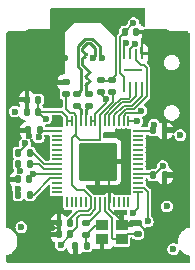
<source format=gbr>
%TF.GenerationSoftware,KiCad,Pcbnew,5.99.0-unknown-a208dac8d8~131~ubuntu20.04.1*%
%TF.CreationDate,2021-09-06T21:34:52-05:00*%
%TF.ProjectId,minimum,6d696e69-6d75-46d2-9e6b-696361645f70,rev?*%
%TF.SameCoordinates,Original*%
%TF.FileFunction,Copper,L4,Bot*%
%TF.FilePolarity,Positive*%
%FSLAX46Y46*%
G04 Gerber Fmt 4.6, Leading zero omitted, Abs format (unit mm)*
G04 Created by KiCad (PCBNEW 5.99.0-unknown-a208dac8d8~131~ubuntu20.04.1) date 2021-09-06 21:34:52*
%MOMM*%
%LPD*%
G01*
G04 APERTURE LIST*
G04 Aperture macros list*
%AMRoundRect*
0 Rectangle with rounded corners*
0 $1 Rounding radius*
0 $2 $3 $4 $5 $6 $7 $8 $9 X,Y pos of 4 corners*
0 Add a 4 corners polygon primitive as box body*
4,1,4,$2,$3,$4,$5,$6,$7,$8,$9,$2,$3,0*
0 Add four circle primitives for the rounded corners*
1,1,$1+$1,$2,$3*
1,1,$1+$1,$4,$5*
1,1,$1+$1,$6,$7*
1,1,$1+$1,$8,$9*
0 Add four rect primitives between the rounded corners*
20,1,$1+$1,$2,$3,$4,$5,0*
20,1,$1+$1,$4,$5,$6,$7,0*
20,1,$1+$1,$6,$7,$8,$9,0*
20,1,$1+$1,$8,$9,$2,$3,0*%
G04 Aperture macros list end*
%TA.AperFunction,SMDPad,CuDef*%
%ADD10RoundRect,0.050000X0.387500X0.050000X-0.387500X0.050000X-0.387500X-0.050000X0.387500X-0.050000X0*%
%TD*%
%TA.AperFunction,SMDPad,CuDef*%
%ADD11RoundRect,0.050000X0.050000X0.387500X-0.050000X0.387500X-0.050000X-0.387500X0.050000X-0.387500X0*%
%TD*%
%TA.AperFunction,ComponentPad*%
%ADD12C,0.600000*%
%TD*%
%TA.AperFunction,SMDPad,CuDef*%
%ADD13RoundRect,0.144000X1.456000X1.456000X-1.456000X1.456000X-1.456000X-1.456000X1.456000X-1.456000X0*%
%TD*%
%TA.AperFunction,SMDPad,CuDef*%
%ADD14RoundRect,0.140000X-0.140000X-0.170000X0.140000X-0.170000X0.140000X0.170000X-0.140000X0.170000X0*%
%TD*%
%TA.AperFunction,SMDPad,CuDef*%
%ADD15RoundRect,0.140000X0.140000X0.170000X-0.140000X0.170000X-0.140000X-0.170000X0.140000X-0.170000X0*%
%TD*%
%TA.AperFunction,SMDPad,CuDef*%
%ADD16RoundRect,0.135000X0.135000X0.185000X-0.135000X0.185000X-0.135000X-0.185000X0.135000X-0.185000X0*%
%TD*%
%TA.AperFunction,SMDPad,CuDef*%
%ADD17RoundRect,0.140000X0.170000X-0.140000X0.170000X0.140000X-0.170000X0.140000X-0.170000X-0.140000X0*%
%TD*%
%TA.AperFunction,SMDPad,CuDef*%
%ADD18RoundRect,0.135000X-0.185000X0.135000X-0.185000X-0.135000X0.185000X-0.135000X0.185000X0.135000X0*%
%TD*%
%TA.AperFunction,SMDPad,CuDef*%
%ADD19RoundRect,0.140000X-0.170000X0.140000X-0.170000X-0.140000X0.170000X-0.140000X0.170000X0.140000X0*%
%TD*%
%TA.AperFunction,SMDPad,CuDef*%
%ADD20RoundRect,0.135000X0.185000X-0.135000X0.185000X0.135000X-0.185000X0.135000X-0.185000X-0.135000X0*%
%TD*%
%TA.AperFunction,SMDPad,CuDef*%
%ADD21R,0.254000X0.812800*%
%TD*%
%TA.AperFunction,SMDPad,CuDef*%
%ADD22R,1.600200X0.203200*%
%TD*%
%TA.AperFunction,SMDPad,CuDef*%
%ADD23R,1.000000X0.900000*%
%TD*%
%TA.AperFunction,ViaPad*%
%ADD24C,0.600000*%
%TD*%
%TA.AperFunction,Conductor*%
%ADD25C,0.150000*%
%TD*%
%TA.AperFunction,Conductor*%
%ADD26C,0.200000*%
%TD*%
%TA.AperFunction,Conductor*%
%ADD27C,0.218186*%
%TD*%
G04 APERTURE END LIST*
D10*
%TO.P,U1,1,IOVDD*%
%TO.N,+3V3*%
X103437500Y-68650000D03*
%TO.P,U1,2,GPIO0*%
%TO.N,unconnected-(U1-Pad2)*%
X103437500Y-69050000D03*
%TO.P,U1,3,GPIO1*%
%TO.N,unconnected-(U1-Pad3)*%
X103437500Y-69450000D03*
%TO.P,U1,4,GPIO2*%
%TO.N,unconnected-(U1-Pad4)*%
X103437500Y-69850000D03*
%TO.P,U1,5,GPIO3*%
%TO.N,unconnected-(U1-Pad5)*%
X103437500Y-70250000D03*
%TO.P,U1,6,GPIO4*%
%TO.N,unconnected-(U1-Pad6)*%
X103437500Y-70650000D03*
%TO.P,U1,7,GPIO5*%
%TO.N,unconnected-(U1-Pad7)*%
X103437500Y-71050000D03*
%TO.P,U1,8,GPIO6*%
%TO.N,unconnected-(U1-Pad8)*%
X103437500Y-71450000D03*
%TO.P,U1,9,GPIO7*%
%TO.N,unconnected-(U1-Pad9)*%
X103437500Y-71850000D03*
%TO.P,U1,10,IOVDD*%
%TO.N,+3V3*%
X103437500Y-72250000D03*
%TO.P,U1,11,GPIO8*%
%TO.N,unconnected-(U1-Pad11)*%
X103437500Y-72650000D03*
%TO.P,U1,12,GPIO9*%
%TO.N,unconnected-(U1-Pad12)*%
X103437500Y-73050000D03*
%TO.P,U1,13,GPIO10*%
%TO.N,/SDA*%
X103437500Y-73450000D03*
%TO.P,U1,14,GPIO11*%
%TO.N,/SCL*%
X103437500Y-73850000D03*
D11*
%TO.P,U1,15,GPIO12*%
%TO.N,unconnected-(U1-Pad15)*%
X102600000Y-74687500D03*
%TO.P,U1,16,GPIO13*%
%TO.N,unconnected-(U1-Pad16)*%
X102200000Y-74687500D03*
%TO.P,U1,17,GPIO14*%
%TO.N,unconnected-(U1-Pad17)*%
X101800000Y-74687500D03*
%TO.P,U1,18,GPIO15*%
%TO.N,unconnected-(U1-Pad18)*%
X101400000Y-74687500D03*
%TO.P,U1,19,TESTEN*%
%TO.N,GND*%
X101000000Y-74687500D03*
%TO.P,U1,20,XIN*%
%TO.N,/XIN*%
X100600000Y-74687500D03*
%TO.P,U1,21,XOUT*%
%TO.N,/XOUT*%
X100200000Y-74687500D03*
%TO.P,U1,22,IOVDD*%
%TO.N,+3V3*%
X99800000Y-74687500D03*
%TO.P,U1,23,DVDD*%
%TO.N,+1V1*%
X99400000Y-74687500D03*
%TO.P,U1,24,SWCLK*%
%TO.N,unconnected-(U1-Pad24)*%
X99000000Y-74687500D03*
%TO.P,U1,25,SWD*%
%TO.N,unconnected-(U1-Pad25)*%
X98600000Y-74687500D03*
%TO.P,U1,26,RUN*%
%TO.N,/RUN*%
X98200000Y-74687500D03*
%TO.P,U1,27,GPIO16*%
%TO.N,unconnected-(U1-Pad27)*%
X97800000Y-74687500D03*
%TO.P,U1,28,GPIO17*%
%TO.N,unconnected-(U1-Pad28)*%
X97400000Y-74687500D03*
D10*
%TO.P,U1,29,GPIO18*%
%TO.N,unconnected-(U1-Pad29)*%
X96562500Y-73850000D03*
%TO.P,U1,30,GPIO19*%
%TO.N,unconnected-(U1-Pad30)*%
X96562500Y-73450000D03*
%TO.P,U1,31,GPIO20*%
%TO.N,unconnected-(U1-Pad31)*%
X96562500Y-73050000D03*
%TO.P,U1,32,GPIO21*%
%TO.N,/LED_B*%
X96562500Y-72650000D03*
%TO.P,U1,33,IOVDD*%
%TO.N,+3V3*%
X96562500Y-72250000D03*
%TO.P,U1,34,GPIO22*%
%TO.N,/LED_R*%
X96562500Y-71850000D03*
%TO.P,U1,35,GPIO23*%
%TO.N,/LED_G*%
X96562500Y-71450000D03*
%TO.P,U1,36,GPIO24*%
%TO.N,unconnected-(U1-Pad36)*%
X96562500Y-71050000D03*
%TO.P,U1,37,GPIO25*%
%TO.N,unconnected-(U1-Pad37)*%
X96562500Y-70650000D03*
%TO.P,U1,38,GPIO26_ADC0*%
%TO.N,unconnected-(U1-Pad38)*%
X96562500Y-70250000D03*
%TO.P,U1,39,GPIO27_ADC1*%
%TO.N,unconnected-(U1-Pad39)*%
X96562500Y-69850000D03*
%TO.P,U1,40,GPIO28_ADC2*%
%TO.N,unconnected-(U1-Pad40)*%
X96562500Y-69450000D03*
%TO.P,U1,41,GPIO29_ADC3*%
%TO.N,unconnected-(U1-Pad41)*%
X96562500Y-69050000D03*
%TO.P,U1,42,IOVDD*%
%TO.N,+3V3*%
X96562500Y-68650000D03*
D11*
%TO.P,U1,43,ADC_AVDD*%
X97400000Y-67812500D03*
%TO.P,U1,44,VREG_IN*%
X97800000Y-67812500D03*
%TO.P,U1,45,VREG_VOUT*%
%TO.N,+1V1*%
X98200000Y-67812500D03*
%TO.P,U1,46,USB_DM*%
%TO.N,/Pi_USB_D-*%
X98600000Y-67812500D03*
%TO.P,U1,47,USB_DP*%
%TO.N,/Pi_USB_D+*%
X99000000Y-67812500D03*
%TO.P,U1,48,USB_VDD*%
%TO.N,+3V3*%
X99400000Y-67812500D03*
%TO.P,U1,49,IOVDD*%
X99800000Y-67812500D03*
%TO.P,U1,50,DVDD*%
%TO.N,+1V1*%
X100200000Y-67812500D03*
%TO.P,U1,51,QSPI_SD3*%
%TO.N,/QSPI_SD3*%
X100600000Y-67812500D03*
%TO.P,U1,52,QSPI_SCLK*%
%TO.N,/QSPI_SCLK*%
X101000000Y-67812500D03*
%TO.P,U1,53,QSPI_SD0*%
%TO.N,/QSPI_SD0*%
X101400000Y-67812500D03*
%TO.P,U1,54,QSPI_SD2*%
%TO.N,/QSPI_SD2*%
X101800000Y-67812500D03*
%TO.P,U1,55,QSPI_SD1*%
%TO.N,/QSPI_SD1*%
X102200000Y-67812500D03*
%TO.P,U1,56,QSPI_SS*%
%TO.N,/QSPI_SS*%
X102600000Y-67812500D03*
D12*
%TO.P,U1,57,GND*%
%TO.N,GND*%
X98725000Y-72525000D03*
D13*
X100000000Y-71250000D03*
D12*
X100000000Y-72525000D03*
X101275000Y-72525000D03*
X98725000Y-71250000D03*
X100000000Y-69975000D03*
X101275000Y-71250000D03*
X100000000Y-71250000D03*
X101275000Y-69975000D03*
X98725000Y-69975000D03*
%TD*%
D14*
%TO.P,C15,1*%
%TO.N,GND*%
X98120000Y-78400000D03*
%TO.P,C15,2*%
%TO.N,/XOUTc*%
X99080000Y-78400000D03*
%TD*%
D15*
%TO.P,C7,1*%
%TO.N,+3V3*%
X94980000Y-67000000D03*
%TO.P,C7,2*%
%TO.N,GND*%
X94020000Y-67000000D03*
%TD*%
%TO.P,C10,1*%
%TO.N,+3V3*%
X94980000Y-66000000D03*
%TO.P,C10,2*%
%TO.N,GND*%
X94020000Y-66000000D03*
%TD*%
D16*
%TO.P,R10,1*%
%TO.N,/LED_B*%
X94290000Y-74030000D03*
%TO.P,R10,2*%
%TO.N,Net-(D1-Pad1)*%
X93270000Y-74030000D03*
%TD*%
D17*
%TO.P,C11,1*%
%TO.N,+1V1*%
X97300000Y-65500000D03*
%TO.P,C11,2*%
%TO.N,GND*%
X97300000Y-64540000D03*
%TD*%
D18*
%TO.P,R1,1*%
%TO.N,/USB_D+*%
X99290000Y-65490000D03*
%TO.P,R1,2*%
%TO.N,/Pi_USB_D+*%
X99290000Y-66510000D03*
%TD*%
D19*
%TO.P,C14,1*%
%TO.N,GND*%
X103400000Y-76400000D03*
%TO.P,C14,2*%
%TO.N,/XIN*%
X103400000Y-77360000D03*
%TD*%
D15*
%TO.P,C1,1*%
%TO.N,+3V3*%
X95080000Y-68600000D03*
%TO.P,C1,2*%
%TO.N,GND*%
X94120000Y-68600000D03*
%TD*%
D20*
%TO.P,R5,1*%
%TO.N,/XOUTc*%
X99010000Y-77440000D03*
%TO.P,R5,2*%
%TO.N,/XOUT*%
X99010000Y-76420000D03*
%TD*%
D21*
%TO.P,U3,1,CS*%
%TO.N,/QSPI_SS*%
X102249999Y-62101600D03*
%TO.P,U3,2,DO_IO1*%
%TO.N,/QSPI_SD1*%
X102750000Y-62101600D03*
%TO.P,U3,3,IO2*%
%TO.N,/QSPI_SD2*%
X103250000Y-62101600D03*
%TO.P,U3,4,GND*%
%TO.N,GND*%
X103750001Y-62101600D03*
%TO.P,U3,5,DI_IO0*%
%TO.N,/QSPI_SD0*%
X103750001Y-64898400D03*
%TO.P,U3,6,CLK*%
%TO.N,/QSPI_SCLK*%
X103250000Y-64898400D03*
%TO.P,U3,7,IO3*%
%TO.N,/QSPI_SD3*%
X102750000Y-64898400D03*
%TO.P,U3,8,VCC*%
%TO.N,+3V3*%
X102249999Y-64898400D03*
D22*
%TO.P,U3,9*%
%TO.N,N/C*%
X103000000Y-63500000D03*
%TD*%
D17*
%TO.P,C12,1*%
%TO.N,+1V1*%
X101230000Y-65320000D03*
%TO.P,C12,2*%
%TO.N,GND*%
X101230000Y-64360000D03*
%TD*%
D15*
%TO.P,C2,1*%
%TO.N,+3V3*%
X94210000Y-72750000D03*
%TO.P,C2,2*%
%TO.N,GND*%
X93250000Y-72750000D03*
%TD*%
D14*
%TO.P,C3,1*%
%TO.N,+3V3*%
X104720000Y-68600000D03*
%TO.P,C3,2*%
%TO.N,GND*%
X105680000Y-68600000D03*
%TD*%
%TO.P,C4,1*%
%TO.N,+3V3*%
X104720000Y-72400000D03*
%TO.P,C4,2*%
%TO.N,GND*%
X105680000Y-72400000D03*
%TD*%
D20*
%TO.P,R2,1*%
%TO.N,/Pi_USB_D-*%
X98290000Y-66510000D03*
%TO.P,R2,2*%
%TO.N,/USB_D-*%
X98290000Y-65490000D03*
%TD*%
D15*
%TO.P,C13,1*%
%TO.N,+1V1*%
X97680000Y-76400000D03*
%TO.P,C13,2*%
%TO.N,GND*%
X96720000Y-76400000D03*
%TD*%
D14*
%TO.P,C16,1*%
%TO.N,+3V3*%
X102290000Y-60280000D03*
%TO.P,C16,2*%
%TO.N,GND*%
X103250000Y-60280000D03*
%TD*%
D16*
%TO.P,R9,1*%
%TO.N,/LED_G*%
X94290000Y-70510000D03*
%TO.P,R9,2*%
%TO.N,Net-(D1-Pad4)*%
X93270000Y-70510000D03*
%TD*%
D23*
%TO.P,Y1,1,1*%
%TO.N,/XOUTc*%
X100375000Y-76587500D03*
%TO.P,Y1,2,2*%
%TO.N,GND*%
X102025000Y-76587500D03*
%TO.P,Y1,3,3*%
%TO.N,/XIN*%
X102025000Y-77812500D03*
%TO.P,Y1,4,4*%
%TO.N,GND*%
X100375000Y-77812500D03*
%TD*%
D17*
%TO.P,C6,1*%
%TO.N,+3V3*%
X100270000Y-65320000D03*
%TO.P,C6,2*%
%TO.N,GND*%
X100270000Y-64360000D03*
%TD*%
D15*
%TO.P,C5,1*%
%TO.N,+3V3*%
X97680000Y-77400000D03*
%TO.P,C5,2*%
%TO.N,GND*%
X96720000Y-77400000D03*
%TD*%
D16*
%TO.P,R8,1*%
%TO.N,/LED_R*%
X94290000Y-71470000D03*
%TO.P,R8,2*%
%TO.N,Net-(D1-Pad3)*%
X93270000Y-71470000D03*
%TD*%
D24*
%TO.N,+3V3*%
X105870000Y-75040000D03*
X94500000Y-72290000D03*
X95000000Y-69200000D03*
X107000000Y-69000000D03*
X106400000Y-78650000D03*
X105509368Y-71640816D03*
X103032947Y-59524975D03*
X93540000Y-76810000D03*
X96861995Y-78310888D03*
X95660000Y-67600000D03*
X93000000Y-67000000D03*
X104740000Y-68109011D03*
X100743233Y-65957329D03*
%TO.N,GND*%
X103980000Y-60600000D03*
X94224578Y-69052584D03*
X104310000Y-77090000D03*
X100700498Y-59280000D03*
X96140000Y-76890000D03*
X97255295Y-62495112D03*
X106200000Y-72400000D03*
X106200000Y-68600000D03*
X96850500Y-68019863D03*
X92607820Y-65386478D03*
%TO.N,/QSPI_SD1*%
X103183831Y-61244693D03*
X103699636Y-66925692D03*
%TO.N,/QSPI_SS*%
X102434500Y-61228683D03*
X103361820Y-67829542D03*
%TO.N,/USB_D+*%
X99625000Y-62504836D03*
%TO.N,/USB_D-*%
X100375000Y-62504836D03*
%TO.N,/SCL*%
X103010011Y-75604095D03*
%TO.N,/SDA*%
X104228806Y-76299011D03*
%TO.N,Net-(D1-Pad3)*%
X93428915Y-72013154D03*
%TO.N,Net-(D1-Pad4)*%
X93848539Y-69700927D03*
%TO.N,Net-(D1-Pad1)*%
X93240000Y-73550000D03*
%TD*%
D25*
%TO.N,+1V1*%
X100200000Y-69360000D02*
X100200000Y-67812500D01*
D26*
X99180000Y-75390000D02*
X98370000Y-75390000D01*
D25*
X101267734Y-65357734D02*
X101267734Y-66192266D01*
D26*
X99400000Y-75170000D02*
X99180000Y-75390000D01*
D25*
X98510000Y-69380000D02*
X100180000Y-69380000D01*
X101042743Y-66420829D02*
X100200000Y-67263572D01*
D26*
X98200000Y-68910000D02*
X97850000Y-69260000D01*
D25*
X98200000Y-69070000D02*
X98510000Y-69380000D01*
D26*
X99400000Y-74225030D02*
X99400000Y-74687500D01*
X98370000Y-75390000D02*
X97680000Y-76080000D01*
D25*
X101267734Y-66192266D02*
X101042744Y-66417256D01*
D26*
X98804970Y-73630000D02*
X99400000Y-74225030D01*
D25*
X97620000Y-67130000D02*
X97300000Y-66810000D01*
D26*
X99400000Y-74687500D02*
X99400000Y-75170000D01*
X97850000Y-73250000D02*
X98210000Y-73610000D01*
X98210000Y-73630000D02*
X98804970Y-73630000D01*
D25*
X101042744Y-66417256D02*
X101042743Y-66420829D01*
D26*
X98200000Y-67812500D02*
X98200000Y-68500000D01*
X97850000Y-69260000D02*
X97850000Y-73250000D01*
D25*
X97300000Y-66810000D02*
X97300000Y-65500000D01*
D26*
X98200000Y-68500000D02*
X98200000Y-68910000D01*
D25*
X98200000Y-67812500D02*
X98200000Y-67375000D01*
X98200000Y-67375000D02*
X97955000Y-67130000D01*
X98200000Y-68500000D02*
X98200000Y-69070000D01*
X100180000Y-69380000D02*
X100200000Y-69360000D01*
D26*
X98210000Y-73610000D02*
X98210000Y-73630000D01*
D25*
X100200000Y-67263572D02*
X100200000Y-67812500D01*
X97955000Y-67130000D02*
X97620000Y-67130000D01*
D26*
X97680000Y-76080000D02*
X97680000Y-76400000D01*
%TO.N,+3V3*%
X94980000Y-66000000D02*
X94980000Y-67000000D01*
D25*
X99800000Y-67240000D02*
X99800000Y-67812500D01*
X100270000Y-65484096D02*
X100743233Y-65957329D01*
D26*
X104720000Y-68600000D02*
X104720000Y-68129011D01*
X97400000Y-67812500D02*
X97400000Y-67448928D01*
D25*
X102249999Y-64116427D02*
X101898488Y-63764916D01*
D26*
X103437500Y-68650000D02*
X104670000Y-68650000D01*
X104720000Y-68129011D02*
X104740000Y-68109011D01*
X97800000Y-67812500D02*
X97400000Y-67812500D01*
D25*
X100743233Y-66296767D02*
X99800000Y-67240000D01*
D26*
X103437500Y-72250000D02*
X104570000Y-72250000D01*
X97680000Y-77400000D02*
X98259520Y-76820480D01*
X102290000Y-60267922D02*
X103032947Y-59524975D01*
X98514773Y-75739511D02*
X99324773Y-75739511D01*
X95080000Y-68600000D02*
X95080000Y-69120000D01*
X99324773Y-75739511D02*
X99800000Y-75264284D01*
X97400000Y-67448928D02*
X96951072Y-67000000D01*
X97680000Y-77492883D02*
X96861995Y-78310888D01*
D25*
X102249999Y-64898400D02*
X102249999Y-64116427D01*
D26*
X104750184Y-72400000D02*
X105509368Y-71640816D01*
X94210000Y-72580000D02*
X94500000Y-72290000D01*
D25*
X100743233Y-65957329D02*
X100743233Y-66296767D01*
D26*
X96562500Y-72250000D02*
X94540000Y-72250000D01*
X99800000Y-75264284D02*
X99800000Y-74687500D01*
X96951072Y-67000000D02*
X94980000Y-67000000D01*
X95580000Y-67600000D02*
X94980000Y-67000000D01*
X99400000Y-67812500D02*
X99800000Y-67812500D01*
D25*
X101898488Y-63764916D02*
X101898488Y-60671512D01*
D26*
X94210000Y-72750000D02*
X94210000Y-72580000D01*
X98259520Y-76820480D02*
X98259520Y-75994764D01*
X95080000Y-69120000D02*
X95000000Y-69200000D01*
X94540000Y-72250000D02*
X94500000Y-72290000D01*
X96562500Y-68650000D02*
X95130000Y-68650000D01*
X95660000Y-67600000D02*
X95580000Y-67600000D01*
X98259520Y-75994764D02*
X98514773Y-75739511D01*
D25*
X101898488Y-60671512D02*
X102290000Y-60280000D01*
D26*
%TO.N,GND*%
X96720000Y-76890000D02*
X96140000Y-76890000D01*
X101000000Y-74687500D02*
X101000000Y-75220682D01*
X94120000Y-68948006D02*
X94224578Y-69052584D01*
D25*
X101230000Y-64260000D02*
X101570000Y-63920000D01*
D26*
X103212500Y-76587500D02*
X103400000Y-76400000D01*
X96720000Y-76400000D02*
X96720000Y-76890000D01*
D25*
X101570000Y-60149502D02*
X100700498Y-59280000D01*
D26*
X101000000Y-74687500D02*
X101000000Y-72800000D01*
D25*
X101230000Y-64360000D02*
X101230000Y-64260000D01*
D26*
X103750001Y-60829999D02*
X103980000Y-60600000D01*
X103400000Y-76400000D02*
X104090000Y-77090000D01*
D25*
X101570000Y-63920000D02*
X101570000Y-60149502D01*
D26*
X105680000Y-68600000D02*
X106200000Y-68600000D01*
X103250000Y-60280000D02*
X103660000Y-60280000D01*
X102025000Y-76587500D02*
X103212500Y-76587500D01*
X100290000Y-64420000D02*
X101260000Y-64420000D01*
X101000000Y-72800000D02*
X101275000Y-72525000D01*
X104090000Y-77090000D02*
X104310000Y-77090000D01*
D25*
X94020000Y-66000000D02*
X94020000Y-67000000D01*
D26*
X94120000Y-68600000D02*
X94120000Y-68948006D01*
X103750001Y-62101600D02*
X103750001Y-60829999D01*
X101000000Y-75220682D02*
X102025000Y-76245682D01*
X103660000Y-60280000D02*
X103980000Y-60600000D01*
X96720000Y-77400000D02*
X96720000Y-76890000D01*
X105680000Y-72400000D02*
X106200000Y-72400000D01*
D25*
%TO.N,/QSPI_SD3*%
X101318512Y-66567746D02*
X101979472Y-65906786D01*
X101979472Y-65906786D02*
X102623214Y-65906786D01*
X101318512Y-66571757D02*
X101318512Y-66567746D01*
X102623214Y-65906786D02*
X102750000Y-65780000D01*
X100600000Y-67290269D02*
X101318512Y-66571757D01*
X102750000Y-65780000D02*
X102750000Y-64898400D01*
X100600000Y-67812500D02*
X100600000Y-67290269D01*
%TO.N,/QSPI_SCLK*%
X101000000Y-67812500D02*
X101000000Y-67313841D01*
X101000000Y-67313841D02*
X102095269Y-66218572D01*
X103250000Y-65720000D02*
X103250000Y-64898400D01*
X102751428Y-66218572D02*
X103250000Y-65720000D01*
X102095269Y-66218572D02*
X102751428Y-66218572D01*
%TO.N,/QSPI_SD0*%
X103750001Y-64898400D02*
X103750001Y-65649999D01*
X102182185Y-66578531D02*
X102159709Y-66578531D01*
X102182188Y-66578528D02*
X102182185Y-66578531D01*
X102182194Y-66578528D02*
X102182188Y-66578528D01*
X102880880Y-66519120D02*
X102241598Y-66519120D01*
X103750001Y-65649999D02*
X102880880Y-66519120D01*
X102159709Y-66578531D02*
X101400000Y-67338240D01*
X102241598Y-66519120D02*
X102182194Y-66578528D01*
X101400000Y-67338240D02*
X101400000Y-67812500D01*
%TO.N,/QSPI_SD2*%
X102364786Y-66819510D02*
X103044062Y-66819510D01*
X104150000Y-63299278D02*
X103940722Y-63090000D01*
X103250000Y-62658000D02*
X103250000Y-62101600D01*
X103940722Y-63090000D02*
X103682000Y-63090000D01*
X102306266Y-66878034D02*
X102364786Y-66819510D01*
X101800000Y-67361812D02*
X102283778Y-66878034D01*
X102283778Y-66878034D02*
X102306266Y-66878034D01*
X104150000Y-65713572D02*
X104150000Y-63299278D01*
X101800000Y-67812500D02*
X101800000Y-67361812D01*
X103682000Y-63090000D02*
X103250000Y-62658000D01*
X103044062Y-66819510D02*
X104150000Y-65713572D01*
%TO.N,/QSPI_SD1*%
X102200000Y-67812500D02*
X102200000Y-67385384D01*
X102750000Y-62101600D02*
X102750000Y-61678524D01*
X103474848Y-67150480D02*
X103699636Y-66925692D01*
X102200000Y-67385384D02*
X102434904Y-67150480D01*
X102750000Y-61678524D02*
X103183831Y-61244693D01*
X102434904Y-67150480D02*
X103474848Y-67150480D01*
%TO.N,/QSPI_SS*%
X103344778Y-67812500D02*
X103361820Y-67829542D01*
X102600000Y-67812500D02*
X103344778Y-67812500D01*
X102249999Y-61413184D02*
X102434500Y-61228683D01*
X102249999Y-62101600D02*
X102249999Y-61413184D01*
D27*
%TO.N,/USB_D+*%
X99145337Y-64599546D02*
X99145336Y-64599546D01*
X99106255Y-61214093D02*
X98674093Y-61646255D01*
X98890000Y-62378186D02*
X98858186Y-62378186D01*
X98674093Y-63023745D02*
X98974093Y-63323745D01*
X99145336Y-64231360D02*
X99145337Y-64231360D01*
X99316580Y-63666231D02*
X99316580Y-63691931D01*
X99316580Y-64402603D02*
X99316580Y-64428303D01*
X98974093Y-64034417D02*
X98974093Y-64060117D01*
X98674093Y-61646255D02*
X98674093Y-61825907D01*
X99815907Y-62313929D02*
X99625000Y-62504836D01*
X99815907Y-62313929D02*
X99815907Y-61646255D01*
X99145337Y-63863174D02*
X99145336Y-63863174D01*
X98674093Y-62612279D02*
X98674093Y-63023745D01*
X98974093Y-65174093D02*
X99290000Y-65490000D01*
X98674093Y-62562279D02*
X98674093Y-62612279D01*
X98858186Y-62010000D02*
X98890000Y-62010000D01*
X99383745Y-61214093D02*
X99106255Y-61214093D01*
X99145336Y-63494988D02*
X99145337Y-63494988D01*
X98974093Y-64770789D02*
X98974093Y-64796489D01*
X99815907Y-61646255D02*
X99383745Y-61214093D01*
X98974093Y-64796489D02*
X98974093Y-65174093D01*
X99145336Y-63494988D02*
G75*
G02*
X98974093Y-63323745I0J171243D01*
G01*
X98890000Y-62378186D02*
G75*
G03*
X99074093Y-62194093I-1J184094D01*
G01*
X99316580Y-63666231D02*
G75*
G03*
X99145337Y-63494988I-171243J0D01*
G01*
X99145336Y-64231360D02*
G75*
G02*
X98974093Y-64060117I0J171243D01*
G01*
X98674093Y-62562279D02*
G75*
G02*
X98858186Y-62378186I184094J-1D01*
G01*
X98858186Y-62010000D02*
G75*
G02*
X98674093Y-61825907I1J184094D01*
G01*
X98974093Y-64034417D02*
G75*
G02*
X99145336Y-63863174I171243J0D01*
G01*
X99316580Y-64402603D02*
G75*
G03*
X99145337Y-64231360I-171243J0D01*
G01*
X99145337Y-64599546D02*
G75*
G03*
X99316580Y-64428303I0J171243D01*
G01*
X99074093Y-62194093D02*
G75*
G03*
X98890000Y-62010000I-184094J-1D01*
G01*
X99145337Y-63863174D02*
G75*
G03*
X99316580Y-63691931I0J171243D01*
G01*
X98974093Y-64770789D02*
G75*
G02*
X99145336Y-64599546I171243J0D01*
G01*
%TO.N,/USB_D-*%
X99536255Y-60845907D02*
X98953745Y-60845907D01*
X100184093Y-61493745D02*
X99536255Y-60845907D01*
X98605907Y-63476255D02*
X98605907Y-65174093D01*
X100184093Y-62313929D02*
X100375000Y-62504836D01*
X100184093Y-62313929D02*
X100184093Y-61493745D01*
X98305907Y-61493745D02*
X98305907Y-63176255D01*
X98953745Y-60845907D02*
X98305907Y-61493745D01*
X98305907Y-63176255D02*
X98605907Y-63476255D01*
X98605907Y-65174093D02*
X98290000Y-65490000D01*
D26*
%TO.N,/XIN*%
X100600000Y-75385676D02*
X101200000Y-75985676D01*
X101200000Y-77687500D02*
X101325000Y-77812500D01*
X102477500Y-77360000D02*
X102025000Y-77812500D01*
X103400000Y-77360000D02*
X102477500Y-77360000D01*
X101325000Y-77812500D02*
X102025000Y-77812500D01*
X101200000Y-75985676D02*
X101200000Y-77687500D01*
X100600000Y-74687500D02*
X100600000Y-75385676D01*
%TO.N,/XOUT*%
X100200000Y-75430000D02*
X99210000Y-76420000D01*
X100200000Y-74687500D02*
X100200000Y-75430000D01*
%TO.N,/XOUTc*%
X99010000Y-77440000D02*
X99010000Y-78330000D01*
X99862500Y-76587500D02*
X100375000Y-76587500D01*
X99010000Y-77440000D02*
X99862500Y-76587500D01*
%TO.N,/SCL*%
X103437500Y-73850000D02*
X103437500Y-75176606D01*
X103437500Y-75176606D02*
X103010011Y-75604095D01*
%TO.N,/SDA*%
X103437500Y-73450000D02*
X103899970Y-73450000D01*
X103899970Y-73450000D02*
X104228806Y-73778836D01*
X104228806Y-73778836D02*
X104228806Y-76299011D01*
D27*
%TO.N,/Pi_USB_D+*%
X99290000Y-66510000D02*
X98974093Y-66825907D01*
D26*
X99000000Y-67268129D02*
X98974093Y-67242222D01*
X99000000Y-67812500D02*
X99000000Y-67268129D01*
D27*
X98974093Y-66825907D02*
X98974093Y-67242222D01*
D26*
%TO.N,/Pi_USB_D-*%
X98600000Y-67248129D02*
X98605907Y-67242222D01*
D27*
X98290000Y-66510000D02*
X98605907Y-66825907D01*
X98605907Y-66825907D02*
X98605907Y-67242222D01*
D26*
X98600000Y-67812500D02*
X98600000Y-67248129D01*
%TO.N,Net-(D1-Pad3)*%
X93270000Y-71854239D02*
X93428915Y-72013154D01*
X93270000Y-71520000D02*
X93270000Y-71854239D01*
D25*
%TO.N,Net-(D1-Pad4)*%
X93848539Y-69931461D02*
X93270000Y-70510000D01*
X93848539Y-69700927D02*
X93848539Y-69931461D01*
D26*
%TO.N,Net-(D1-Pad1)*%
X93270000Y-74030000D02*
X93270000Y-73580000D01*
X93270000Y-73580000D02*
X93240000Y-73550000D01*
D25*
%TO.N,/LED_R*%
X94290000Y-71470000D02*
X95040000Y-71470000D01*
X95420000Y-71850000D02*
X96562500Y-71850000D01*
X95040000Y-71470000D02*
X95420000Y-71850000D01*
%TO.N,/LED_G*%
X94503572Y-70510000D02*
X94290000Y-70510000D01*
X95443572Y-71450000D02*
X94503572Y-70510000D01*
X96562500Y-71450000D02*
X95443572Y-71450000D01*
%TO.N,/LED_B*%
X95950000Y-72650000D02*
X96562500Y-72650000D01*
X94290000Y-74030000D02*
X94570000Y-74030000D01*
X94570000Y-74030000D02*
X95950000Y-72650000D01*
%TD*%
%TA.AperFunction,Conductor*%
%TO.N,GND*%
G36*
X103959191Y-58218907D02*
G01*
X103995155Y-58268407D01*
X104000000Y-58299000D01*
X104000000Y-59726262D01*
X103981093Y-59784453D01*
X103931593Y-59820417D01*
X103870407Y-59820417D01*
X103822143Y-59786117D01*
X103779510Y-59729950D01*
X103770050Y-59720490D01*
X103662955Y-59639201D01*
X103651305Y-59632637D01*
X103600778Y-59612632D01*
X103553634Y-59573631D01*
X103538564Y-59527425D01*
X103538594Y-59524975D01*
X103518270Y-59383057D01*
X103458931Y-59252547D01*
X103365347Y-59143938D01*
X103245042Y-59065960D01*
X103107686Y-59024882D01*
X103024444Y-59024373D01*
X102971374Y-59024049D01*
X102971373Y-59024049D01*
X102964323Y-59024006D01*
X102957546Y-59025943D01*
X102957545Y-59025943D01*
X102833256Y-59061465D01*
X102833254Y-59061466D01*
X102826476Y-59063403D01*
X102705227Y-59139905D01*
X102700560Y-59145189D01*
X102700558Y-59145191D01*
X102614991Y-59242078D01*
X102614989Y-59242080D01*
X102610324Y-59247363D01*
X102549394Y-59377138D01*
X102548309Y-59384107D01*
X102548308Y-59384110D01*
X102538912Y-59444458D01*
X102527338Y-59518798D01*
X102528253Y-59525796D01*
X102531054Y-59547216D01*
X102519852Y-59607367D01*
X102502894Y-59630056D01*
X102392446Y-59740504D01*
X102337929Y-59768281D01*
X102322442Y-59769500D01*
X102128662Y-59769501D01*
X102110100Y-59769501D01*
X102106890Y-59769924D01*
X102106883Y-59769924D01*
X102068025Y-59775039D01*
X102068024Y-59775039D01*
X102060513Y-59776028D01*
X102012466Y-59798433D01*
X101959534Y-59823115D01*
X101959532Y-59823116D01*
X101951684Y-59826776D01*
X101866776Y-59911684D01*
X101863116Y-59919532D01*
X101863115Y-59919534D01*
X101837799Y-59973825D01*
X101816028Y-60020513D01*
X101809500Y-60070099D01*
X101809501Y-60214683D01*
X101809501Y-60329875D01*
X101790594Y-60388065D01*
X101780505Y-60399879D01*
X101729757Y-60450627D01*
X101714755Y-60462938D01*
X101699864Y-60472888D01*
X101684495Y-60495889D01*
X101684494Y-60495890D01*
X101681270Y-60500715D01*
X101638973Y-60564017D01*
X101637071Y-60573580D01*
X101637070Y-60573582D01*
X101633947Y-60589284D01*
X101621193Y-60653401D01*
X101591296Y-60706785D01*
X101535731Y-60732401D01*
X101475721Y-60720464D01*
X101454091Y-60704091D01*
X100250000Y-59500000D01*
X98000000Y-59500000D01*
X97250000Y-60250000D01*
X97250000Y-63761000D01*
X97231093Y-63819191D01*
X97181593Y-63855155D01*
X97151000Y-63860000D01*
X97091034Y-63860000D01*
X97085080Y-63860359D01*
X97006295Y-63869893D01*
X96994067Y-63872999D01*
X96868695Y-63922637D01*
X96857045Y-63929201D01*
X96749950Y-64010490D01*
X96740490Y-64019950D01*
X96659201Y-64127045D01*
X96652637Y-64138695D01*
X96602998Y-64264068D01*
X96599893Y-64276295D01*
X96594068Y-64324432D01*
X96596636Y-64337522D01*
X96598156Y-64338934D01*
X96602984Y-64340000D01*
X97151000Y-64340000D01*
X97209191Y-64358907D01*
X97245155Y-64408407D01*
X97250000Y-64439000D01*
X97250000Y-64641000D01*
X97231093Y-64699191D01*
X97181593Y-64735155D01*
X97151000Y-64740000D01*
X96607864Y-64740000D01*
X96595179Y-64744122D01*
X96593959Y-64745800D01*
X96593481Y-64750720D01*
X96599893Y-64803705D01*
X96602998Y-64815932D01*
X96652637Y-64941305D01*
X96659201Y-64952955D01*
X96740490Y-65060050D01*
X96749955Y-65069515D01*
X96789580Y-65099592D01*
X96824500Y-65149834D01*
X96823218Y-65211006D01*
X96819453Y-65220278D01*
X96796028Y-65270513D01*
X96789500Y-65320099D01*
X96789501Y-65679900D01*
X96789924Y-65683110D01*
X96789924Y-65683117D01*
X96792975Y-65706295D01*
X96796028Y-65729487D01*
X96814411Y-65768909D01*
X96842512Y-65829171D01*
X96846776Y-65838316D01*
X96931684Y-65923224D01*
X96967342Y-65939852D01*
X97012087Y-65981577D01*
X97024500Y-66029574D01*
X97024500Y-66600260D01*
X97005593Y-66658451D01*
X96956093Y-66694415D01*
X96938839Y-66698357D01*
X96937074Y-66698597D01*
X96923735Y-66699500D01*
X95497917Y-66699500D01*
X95439726Y-66680593D01*
X95408191Y-66642336D01*
X95406884Y-66639533D01*
X95403224Y-66631684D01*
X95341544Y-66570004D01*
X95313767Y-66515487D01*
X95323338Y-66455055D01*
X95341544Y-66429996D01*
X95403224Y-66368316D01*
X95453972Y-66259487D01*
X95460500Y-66209901D01*
X95460499Y-65790100D01*
X95459877Y-65785370D01*
X95454961Y-65748025D01*
X95454961Y-65748024D01*
X95453972Y-65740513D01*
X95403224Y-65631684D01*
X95318316Y-65546776D01*
X95310468Y-65543116D01*
X95310466Y-65543115D01*
X95216356Y-65499231D01*
X95209487Y-65496028D01*
X95159901Y-65489500D01*
X94980028Y-65489500D01*
X94800100Y-65489501D01*
X94796890Y-65489924D01*
X94796883Y-65489924D01*
X94758025Y-65495039D01*
X94758024Y-65495039D01*
X94750513Y-65496028D01*
X94700286Y-65519449D01*
X94639558Y-65526906D01*
X94586044Y-65497243D01*
X94579592Y-65489580D01*
X94549515Y-65449955D01*
X94540050Y-65440490D01*
X94432955Y-65359201D01*
X94421305Y-65352637D01*
X94295932Y-65302998D01*
X94283705Y-65299893D01*
X94235568Y-65294068D01*
X94222478Y-65296636D01*
X94221066Y-65298156D01*
X94220000Y-65302984D01*
X94220000Y-67101000D01*
X94201093Y-67159191D01*
X94151593Y-67195155D01*
X94121000Y-67200000D01*
X93919000Y-67200000D01*
X93860809Y-67181093D01*
X93824845Y-67131593D01*
X93820000Y-67101000D01*
X93820000Y-66215680D01*
X93815878Y-66202995D01*
X93811757Y-66200000D01*
X93355680Y-66200000D01*
X93342995Y-66204122D01*
X93340000Y-66208243D01*
X93340000Y-66208966D01*
X93340359Y-66214920D01*
X93349893Y-66293705D01*
X93352999Y-66305933D01*
X93402635Y-66431302D01*
X93412137Y-66448165D01*
X93424230Y-66508144D01*
X93398759Y-66563776D01*
X93345453Y-66593811D01*
X93284673Y-66586778D01*
X93272039Y-66579839D01*
X93261537Y-66573032D01*
X93212095Y-66540985D01*
X93074739Y-66499907D01*
X92991497Y-66499398D01*
X92938427Y-66499074D01*
X92938426Y-66499074D01*
X92931376Y-66499031D01*
X92924599Y-66500968D01*
X92924598Y-66500968D01*
X92800309Y-66536490D01*
X92800307Y-66536491D01*
X92793529Y-66538428D01*
X92672280Y-66614930D01*
X92667613Y-66620214D01*
X92667611Y-66620216D01*
X92582044Y-66717103D01*
X92582042Y-66717105D01*
X92577377Y-66722388D01*
X92516447Y-66852163D01*
X92515362Y-66859132D01*
X92515361Y-66859135D01*
X92500897Y-66952039D01*
X92494391Y-66993823D01*
X92495306Y-67000820D01*
X92495306Y-67000821D01*
X92512031Y-67128723D01*
X92512980Y-67135979D01*
X92515821Y-67142435D01*
X92515821Y-67142436D01*
X92566979Y-67258700D01*
X92570720Y-67267203D01*
X92580377Y-67278691D01*
X92658431Y-67371549D01*
X92658434Y-67371551D01*
X92662970Y-67376948D01*
X92782313Y-67456390D01*
X92882920Y-67487821D01*
X92912425Y-67497039D01*
X92912426Y-67497039D01*
X92919157Y-67499142D01*
X92990828Y-67500456D01*
X93055445Y-67501641D01*
X93055447Y-67501641D01*
X93062499Y-67501770D01*
X93069302Y-67499915D01*
X93069304Y-67499915D01*
X93158856Y-67475500D01*
X93200817Y-67464060D01*
X93277452Y-67417006D01*
X93336934Y-67402670D01*
X93393483Y-67426036D01*
X93408110Y-67441517D01*
X93490490Y-67550050D01*
X93499950Y-67559510D01*
X93607045Y-67640799D01*
X93618695Y-67647363D01*
X93744067Y-67697001D01*
X93756296Y-67700107D01*
X93830370Y-67709071D01*
X93885868Y-67734832D01*
X93915625Y-67788294D01*
X93908274Y-67849036D01*
X93866624Y-67893857D01*
X93849918Y-67900498D01*
X93849981Y-67900657D01*
X93718695Y-67952637D01*
X93707045Y-67959201D01*
X93599950Y-68040490D01*
X93590490Y-68049950D01*
X93509201Y-68157045D01*
X93502637Y-68168695D01*
X93452999Y-68294067D01*
X93449893Y-68306295D01*
X93440359Y-68385080D01*
X93440341Y-68385370D01*
X93444122Y-68397005D01*
X93448243Y-68400000D01*
X94221000Y-68400000D01*
X94279191Y-68418907D01*
X94315155Y-68468407D01*
X94320000Y-68499000D01*
X94320000Y-68701000D01*
X94301093Y-68759191D01*
X94251593Y-68795155D01*
X94221000Y-68800000D01*
X93455680Y-68800000D01*
X93442995Y-68804122D01*
X93440000Y-68808243D01*
X93440000Y-68808966D01*
X93440359Y-68814920D01*
X93449893Y-68893705D01*
X93452999Y-68905933D01*
X93502637Y-69031305D01*
X93509201Y-69042955D01*
X93587764Y-69146459D01*
X93607885Y-69204241D01*
X93590201Y-69262815D01*
X93561735Y-69290041D01*
X93535619Y-69306519D01*
X93520819Y-69315857D01*
X93516152Y-69321141D01*
X93516150Y-69321143D01*
X93430583Y-69418030D01*
X93430581Y-69418032D01*
X93425916Y-69423315D01*
X93364986Y-69553090D01*
X93363901Y-69560059D01*
X93363900Y-69560062D01*
X93351530Y-69639515D01*
X93342930Y-69694750D01*
X93343845Y-69701747D01*
X93343845Y-69701748D01*
X93354102Y-69780184D01*
X93361519Y-69836906D01*
X93364360Y-69843363D01*
X93364361Y-69843366D01*
X93367556Y-69850627D01*
X93373687Y-69911505D01*
X93342864Y-69964359D01*
X93286861Y-69989002D01*
X93276941Y-69989500D01*
X93095684Y-69989500D01*
X93046827Y-69995932D01*
X93039959Y-69999135D01*
X93039958Y-69999135D01*
X92947446Y-70042274D01*
X92947444Y-70042275D01*
X92939596Y-70045935D01*
X92855935Y-70129596D01*
X92852275Y-70137444D01*
X92852274Y-70137446D01*
X92832345Y-70180184D01*
X92805932Y-70236827D01*
X92799500Y-70285684D01*
X92799500Y-70734316D01*
X92805932Y-70783173D01*
X92809135Y-70790041D01*
X92809135Y-70790042D01*
X92847871Y-70873110D01*
X92855935Y-70890404D01*
X92885527Y-70919996D01*
X92913304Y-70974513D01*
X92903733Y-71034945D01*
X92885527Y-71060004D01*
X92855935Y-71089596D01*
X92852276Y-71097443D01*
X92852274Y-71097446D01*
X92809135Y-71189958D01*
X92805932Y-71196827D01*
X92799500Y-71245684D01*
X92799500Y-71694316D01*
X92805932Y-71743173D01*
X92809135Y-71750041D01*
X92809135Y-71750042D01*
X92847118Y-71831495D01*
X92855935Y-71850404D01*
X92899770Y-71894239D01*
X92927547Y-71948756D01*
X92927588Y-71979472D01*
X92923306Y-72006977D01*
X92923553Y-72008863D01*
X92904693Y-72064580D01*
X92861761Y-72097463D01*
X92848695Y-72102636D01*
X92837045Y-72109201D01*
X92729950Y-72190490D01*
X92720490Y-72199950D01*
X92639201Y-72307045D01*
X92632637Y-72318695D01*
X92582999Y-72444067D01*
X92579893Y-72456295D01*
X92570359Y-72535080D01*
X92570341Y-72535370D01*
X92574122Y-72547005D01*
X92578243Y-72550000D01*
X93351000Y-72550000D01*
X93409191Y-72568907D01*
X93445155Y-72618407D01*
X93450000Y-72649000D01*
X93450000Y-72851000D01*
X93431093Y-72909191D01*
X93381593Y-72945155D01*
X93351000Y-72950000D01*
X92585680Y-72950000D01*
X92572995Y-72954122D01*
X92570000Y-72958243D01*
X92570000Y-72958966D01*
X92570359Y-72964920D01*
X92579893Y-73043705D01*
X92582999Y-73055933D01*
X92632637Y-73181305D01*
X92639201Y-73192955D01*
X92720490Y-73300050D01*
X92730676Y-73310236D01*
X92758453Y-73364753D01*
X92755844Y-73402069D01*
X92756447Y-73402163D01*
X92734391Y-73543823D01*
X92735306Y-73550820D01*
X92735306Y-73550821D01*
X92746957Y-73639922D01*
X92752980Y-73685979D01*
X92755821Y-73692435D01*
X92755821Y-73692436D01*
X92791116Y-73772649D01*
X92799500Y-73812521D01*
X92799500Y-74254316D01*
X92799923Y-74257529D01*
X92802906Y-74280184D01*
X92805932Y-74303173D01*
X92809135Y-74310041D01*
X92809135Y-74310042D01*
X92823414Y-74340662D01*
X92855935Y-74410404D01*
X92939596Y-74494065D01*
X92947444Y-74497725D01*
X92947446Y-74497726D01*
X93037904Y-74539907D01*
X93046827Y-74544068D01*
X93095684Y-74550500D01*
X93444316Y-74550500D01*
X93493173Y-74544068D01*
X93502096Y-74539907D01*
X93592554Y-74497726D01*
X93592556Y-74497725D01*
X93600404Y-74494065D01*
X93684065Y-74410404D01*
X93690277Y-74397081D01*
X93732005Y-74352336D01*
X93792067Y-74340662D01*
X93847519Y-74366521D01*
X93869722Y-74397080D01*
X93875935Y-74410404D01*
X93959596Y-74494065D01*
X93967444Y-74497725D01*
X93967446Y-74497726D01*
X94057904Y-74539907D01*
X94066827Y-74544068D01*
X94115684Y-74550500D01*
X94464316Y-74550500D01*
X94513173Y-74544068D01*
X94522096Y-74539907D01*
X94612554Y-74497726D01*
X94612556Y-74497725D01*
X94620404Y-74494065D01*
X94704065Y-74410404D01*
X94736587Y-74340662D01*
X94750865Y-74310042D01*
X94750865Y-74310041D01*
X94754068Y-74303173D01*
X94759706Y-74260348D01*
X94775542Y-74218271D01*
X94778572Y-74213736D01*
X94790885Y-74198731D01*
X95770755Y-73218861D01*
X95825272Y-73191084D01*
X95885704Y-73200655D01*
X95928969Y-73243920D01*
X95937857Y-73308178D01*
X95924500Y-73375326D01*
X95924500Y-73524674D01*
X95939034Y-73597740D01*
X95944452Y-73605848D01*
X95947047Y-73612114D01*
X95951848Y-73673110D01*
X95947047Y-73687886D01*
X95944452Y-73694152D01*
X95939034Y-73702260D01*
X95924500Y-73775326D01*
X95924500Y-73924674D01*
X95939034Y-73997740D01*
X95944451Y-74005847D01*
X95974007Y-74050081D01*
X95994399Y-74080601D01*
X96077260Y-74135966D01*
X96150326Y-74150500D01*
X96974674Y-74150500D01*
X96979438Y-74149552D01*
X96979442Y-74149552D01*
X96985179Y-74148411D01*
X97045940Y-74155603D01*
X97090869Y-74197137D01*
X97102805Y-74257147D01*
X97101589Y-74264821D01*
X97100448Y-74270558D01*
X97099500Y-74275326D01*
X97099500Y-75099674D01*
X97114034Y-75172740D01*
X97119451Y-75180847D01*
X97156292Y-75235984D01*
X97169399Y-75255601D01*
X97252260Y-75310966D01*
X97325326Y-75325500D01*
X97474674Y-75325500D01*
X97547740Y-75310966D01*
X97555848Y-75305548D01*
X97562114Y-75302953D01*
X97623110Y-75298152D01*
X97637886Y-75302953D01*
X97644152Y-75305548D01*
X97652260Y-75310966D01*
X97725326Y-75325500D01*
X97770521Y-75325500D01*
X97828712Y-75344407D01*
X97864676Y-75393907D01*
X97864676Y-75455093D01*
X97840525Y-75494504D01*
X97505349Y-75829680D01*
X97502220Y-75832380D01*
X97497731Y-75834575D01*
X97491513Y-75841278D01*
X97464107Y-75870822D01*
X97461531Y-75873498D01*
X97447752Y-75887277D01*
X97447715Y-75887331D01*
X97414907Y-75912631D01*
X97400284Y-75919450D01*
X97339558Y-75926906D01*
X97286044Y-75897243D01*
X97279592Y-75889580D01*
X97249515Y-75849955D01*
X97240050Y-75840490D01*
X97132955Y-75759201D01*
X97121305Y-75752637D01*
X96995932Y-75702998D01*
X96983705Y-75699893D01*
X96935568Y-75694068D01*
X96922478Y-75696636D01*
X96921066Y-75698156D01*
X96920000Y-75702984D01*
X96920000Y-77501000D01*
X96901093Y-77559191D01*
X96851593Y-77595155D01*
X96821000Y-77600000D01*
X96055680Y-77600000D01*
X96042995Y-77604122D01*
X96040000Y-77608243D01*
X96040000Y-77608966D01*
X96040359Y-77614920D01*
X96049893Y-77693705D01*
X96052999Y-77705933D01*
X96102637Y-77831305D01*
X96109201Y-77842955D01*
X96190490Y-77950050D01*
X96199950Y-77959510D01*
X96307045Y-78040799D01*
X96318699Y-78047366D01*
X96319538Y-78047698D01*
X96320070Y-78048138D01*
X96324574Y-78050676D01*
X96324117Y-78051487D01*
X96366681Y-78086701D01*
X96381894Y-78145965D01*
X96379008Y-78161846D01*
X96378442Y-78163051D01*
X96356386Y-78304711D01*
X96357301Y-78311708D01*
X96357301Y-78311709D01*
X96368478Y-78397183D01*
X96374975Y-78446867D01*
X96377816Y-78453323D01*
X96377816Y-78453324D01*
X96429799Y-78571463D01*
X96432715Y-78578091D01*
X96449759Y-78598367D01*
X96520426Y-78682437D01*
X96520429Y-78682439D01*
X96524965Y-78687836D01*
X96530836Y-78691744D01*
X96530837Y-78691745D01*
X96560799Y-78711689D01*
X96644308Y-78767278D01*
X96718687Y-78790515D01*
X96774420Y-78807927D01*
X96774421Y-78807927D01*
X96781152Y-78810030D01*
X96852823Y-78811344D01*
X96917440Y-78812529D01*
X96917442Y-78812529D01*
X96924494Y-78812658D01*
X96931297Y-78810803D01*
X96931299Y-78810803D01*
X97022351Y-78785979D01*
X97062812Y-78774948D01*
X97184986Y-78699933D01*
X97192398Y-78691745D01*
X97273705Y-78601917D01*
X97326773Y-78571463D01*
X97387606Y-78578018D01*
X97432969Y-78619077D01*
X97445386Y-78656460D01*
X97449893Y-78693704D01*
X97452999Y-78705933D01*
X97502637Y-78831305D01*
X97509201Y-78842955D01*
X97590490Y-78950050D01*
X97599950Y-78959510D01*
X97707045Y-79040799D01*
X97718695Y-79047363D01*
X97844068Y-79097002D01*
X97856295Y-79100107D01*
X97904432Y-79105932D01*
X97917522Y-79103364D01*
X97918934Y-79101844D01*
X97920000Y-79097016D01*
X97920000Y-78299000D01*
X97938907Y-78240809D01*
X97988407Y-78204845D01*
X98019000Y-78200000D01*
X98221000Y-78200000D01*
X98279191Y-78218907D01*
X98315155Y-78268407D01*
X98320000Y-78299000D01*
X98320000Y-79092136D01*
X98324122Y-79104821D01*
X98325800Y-79106041D01*
X98330720Y-79106519D01*
X98383705Y-79100107D01*
X98395932Y-79097002D01*
X98521305Y-79047363D01*
X98532955Y-79040799D01*
X98640050Y-78959510D01*
X98649515Y-78950045D01*
X98679592Y-78910420D01*
X98729834Y-78875500D01*
X98791006Y-78876782D01*
X98800278Y-78880547D01*
X98850513Y-78903972D01*
X98900099Y-78910500D01*
X99079972Y-78910500D01*
X99259900Y-78910499D01*
X99263110Y-78910076D01*
X99263117Y-78910076D01*
X99301975Y-78904961D01*
X99301976Y-78904961D01*
X99309487Y-78903972D01*
X99370545Y-78875500D01*
X99410466Y-78856885D01*
X99410468Y-78856884D01*
X99418316Y-78853224D01*
X99503224Y-78768316D01*
X99520702Y-78730836D01*
X99552706Y-78662202D01*
X99594434Y-78617454D01*
X99654495Y-78605779D01*
X99687375Y-78615832D01*
X99742906Y-78644127D01*
X99757547Y-78648884D01*
X99839673Y-78661891D01*
X99847412Y-78662500D01*
X100159320Y-78662500D01*
X100172005Y-78658378D01*
X100175000Y-78654257D01*
X100175000Y-77711500D01*
X100193907Y-77653309D01*
X100243407Y-77617345D01*
X100274000Y-77612500D01*
X100476000Y-77612500D01*
X100534191Y-77631407D01*
X100570155Y-77680907D01*
X100575000Y-77711500D01*
X100575000Y-78646819D01*
X100579122Y-78659504D01*
X100583243Y-78662499D01*
X100902585Y-78662499D01*
X100910329Y-78661889D01*
X100992449Y-78648884D01*
X101007091Y-78644127D01*
X101106106Y-78593677D01*
X101118551Y-78584635D01*
X101197135Y-78506051D01*
X101206177Y-78493606D01*
X101233262Y-78440448D01*
X101276527Y-78397183D01*
X101336959Y-78387612D01*
X101379093Y-78409080D01*
X101380448Y-78407052D01*
X101446769Y-78451367D01*
X101456332Y-78453269D01*
X101456334Y-78453270D01*
X101479005Y-78457779D01*
X101505252Y-78463000D01*
X102544748Y-78463000D01*
X102570995Y-78457779D01*
X102593666Y-78453270D01*
X102593668Y-78453269D01*
X102603231Y-78451367D01*
X102669552Y-78407052D01*
X102713867Y-78340731D01*
X102725500Y-78282248D01*
X102725500Y-77759500D01*
X102744407Y-77701309D01*
X102793907Y-77665345D01*
X102824500Y-77660500D01*
X102870597Y-77660500D01*
X102928788Y-77679407D01*
X102946241Y-77697168D01*
X102946776Y-77698316D01*
X103031684Y-77783224D01*
X103039532Y-77786884D01*
X103039534Y-77786885D01*
X103124305Y-77826414D01*
X103140513Y-77833972D01*
X103190099Y-77840500D01*
X103399967Y-77840500D01*
X103609900Y-77840499D01*
X103613110Y-77840076D01*
X103613117Y-77840076D01*
X103651975Y-77834961D01*
X103651976Y-77834961D01*
X103659487Y-77833972D01*
X103711069Y-77809919D01*
X103760466Y-77786885D01*
X103760468Y-77786884D01*
X103768316Y-77783224D01*
X103853224Y-77698316D01*
X103856935Y-77690359D01*
X103900769Y-77596356D01*
X103903972Y-77589487D01*
X103910500Y-77539901D01*
X103910499Y-77180100D01*
X103907926Y-77160547D01*
X103904961Y-77138025D01*
X103904961Y-77138024D01*
X103903972Y-77130513D01*
X103880551Y-77080286D01*
X103873094Y-77019558D01*
X103902757Y-76966044D01*
X103910420Y-76959592D01*
X103950045Y-76929515D01*
X103959510Y-76920050D01*
X104028394Y-76829298D01*
X104078636Y-76794378D01*
X104136773Y-76794657D01*
X104141231Y-76796050D01*
X104141232Y-76796050D01*
X104147963Y-76798153D01*
X104219634Y-76799467D01*
X104284251Y-76800652D01*
X104284253Y-76800652D01*
X104291305Y-76800781D01*
X104298108Y-76798926D01*
X104298110Y-76798926D01*
X104373309Y-76778424D01*
X104429623Y-76763071D01*
X104551797Y-76688056D01*
X104569877Y-76668082D01*
X104643274Y-76586993D01*
X104648006Y-76581765D01*
X104710516Y-76452744D01*
X104714307Y-76430216D01*
X104733668Y-76315135D01*
X104733668Y-76315131D01*
X104734302Y-76311365D01*
X104734453Y-76299011D01*
X104714129Y-76157093D01*
X104654790Y-76026583D01*
X104604910Y-75968695D01*
X104565813Y-75923320D01*
X104565811Y-75923318D01*
X104561206Y-75917974D01*
X104561318Y-75917877D01*
X104531804Y-75868560D01*
X104529306Y-75846460D01*
X104529306Y-75033823D01*
X105364391Y-75033823D01*
X105365306Y-75040820D01*
X105365306Y-75040821D01*
X105366785Y-75052134D01*
X105382980Y-75175979D01*
X105385821Y-75182435D01*
X105385821Y-75182436D01*
X105433840Y-75291566D01*
X105440720Y-75307203D01*
X105468255Y-75339960D01*
X105528431Y-75411549D01*
X105528434Y-75411551D01*
X105532970Y-75416948D01*
X105538841Y-75420856D01*
X105538842Y-75420857D01*
X105551143Y-75429045D01*
X105652313Y-75496390D01*
X105735136Y-75522265D01*
X105782425Y-75537039D01*
X105782426Y-75537039D01*
X105789157Y-75539142D01*
X105860828Y-75540456D01*
X105925445Y-75541641D01*
X105925447Y-75541641D01*
X105932499Y-75541770D01*
X105939302Y-75539915D01*
X105939304Y-75539915D01*
X106014503Y-75519413D01*
X106070817Y-75504060D01*
X106192991Y-75429045D01*
X106200403Y-75420857D01*
X106284468Y-75327982D01*
X106289200Y-75322754D01*
X106351710Y-75193733D01*
X106355875Y-75168982D01*
X106374862Y-75056124D01*
X106374862Y-75056120D01*
X106375496Y-75052354D01*
X106375647Y-75040000D01*
X106355323Y-74898082D01*
X106295984Y-74767572D01*
X106202400Y-74658963D01*
X106082095Y-74580985D01*
X105944739Y-74539907D01*
X105861497Y-74539398D01*
X105808427Y-74539074D01*
X105808426Y-74539074D01*
X105801376Y-74539031D01*
X105794599Y-74540968D01*
X105794598Y-74540968D01*
X105670309Y-74576490D01*
X105670307Y-74576491D01*
X105663529Y-74578428D01*
X105542280Y-74654930D01*
X105537613Y-74660214D01*
X105537611Y-74660216D01*
X105452044Y-74757103D01*
X105452042Y-74757105D01*
X105447377Y-74762388D01*
X105444381Y-74768770D01*
X105444380Y-74768771D01*
X105435587Y-74787500D01*
X105386447Y-74892163D01*
X105364391Y-75033823D01*
X104529306Y-75033823D01*
X104529306Y-73832344D01*
X104529609Y-73828219D01*
X104531231Y-73823494D01*
X104529376Y-73774074D01*
X104529306Y-73770361D01*
X104529306Y-73750888D01*
X104528481Y-73746458D01*
X104528144Y-73741253D01*
X104527375Y-73720762D01*
X104527032Y-73711627D01*
X104523424Y-73703229D01*
X104522487Y-73701048D01*
X104516123Y-73680099D01*
X104515690Y-73677772D01*
X104515688Y-73677767D01*
X104514015Y-73668783D01*
X104500038Y-73646107D01*
X104493354Y-73633240D01*
X104485601Y-73615194D01*
X104485600Y-73615193D01*
X104482842Y-73608773D01*
X104478828Y-73603887D01*
X104474464Y-73599523D01*
X104460193Y-73581468D01*
X104460070Y-73581269D01*
X104455274Y-73573488D01*
X104432037Y-73555818D01*
X104421967Y-73547026D01*
X104150290Y-73275349D01*
X104147590Y-73272220D01*
X104145395Y-73267731D01*
X104109148Y-73234107D01*
X104106472Y-73231531D01*
X104100327Y-73225386D01*
X104072550Y-73170869D01*
X104073234Y-73136066D01*
X104075500Y-73124674D01*
X104075500Y-72975326D01*
X104060966Y-72902260D01*
X104055548Y-72894152D01*
X104052953Y-72887886D01*
X104048152Y-72826890D01*
X104052953Y-72812114D01*
X104055548Y-72805848D01*
X104060966Y-72797740D01*
X104075500Y-72724674D01*
X104076068Y-72724787D01*
X104099225Y-72671851D01*
X104152013Y-72640913D01*
X104212903Y-72646913D01*
X104258638Y-72687557D01*
X104262937Y-72695748D01*
X104296776Y-72768316D01*
X104381684Y-72853224D01*
X104389532Y-72856884D01*
X104389534Y-72856885D01*
X104483644Y-72900769D01*
X104490513Y-72903972D01*
X104540099Y-72910500D01*
X104719972Y-72910500D01*
X104899900Y-72910499D01*
X104903110Y-72910076D01*
X104903117Y-72910076D01*
X104941975Y-72904961D01*
X104941976Y-72904961D01*
X104949487Y-72903972D01*
X104999714Y-72880551D01*
X105060442Y-72873094D01*
X105113956Y-72902757D01*
X105120408Y-72910420D01*
X105150485Y-72950045D01*
X105159950Y-72959510D01*
X105267045Y-73040799D01*
X105278695Y-73047363D01*
X105404068Y-73097002D01*
X105416295Y-73100107D01*
X105464432Y-73105932D01*
X105477522Y-73103364D01*
X105478934Y-73101844D01*
X105480000Y-73097016D01*
X105480000Y-72608243D01*
X105880000Y-72608243D01*
X105880000Y-73092136D01*
X105884122Y-73104821D01*
X105885800Y-73106041D01*
X105890720Y-73106519D01*
X105943705Y-73100107D01*
X105955932Y-73097002D01*
X106081305Y-73047363D01*
X106092955Y-73040799D01*
X106200050Y-72959510D01*
X106209510Y-72950050D01*
X106290799Y-72842955D01*
X106297363Y-72831305D01*
X106347001Y-72705933D01*
X106350107Y-72693705D01*
X106359641Y-72614920D01*
X106359659Y-72614630D01*
X106355878Y-72602995D01*
X106351757Y-72600000D01*
X105895680Y-72600000D01*
X105882995Y-72604122D01*
X105880000Y-72608243D01*
X105480000Y-72608243D01*
X105480000Y-72299000D01*
X105498907Y-72240809D01*
X105548407Y-72204845D01*
X105579000Y-72200000D01*
X106344320Y-72200000D01*
X106357005Y-72195878D01*
X106360000Y-72191757D01*
X106360000Y-72191034D01*
X106359641Y-72185080D01*
X106350107Y-72106295D01*
X106347001Y-72094067D01*
X106297363Y-71968695D01*
X106290799Y-71957045D01*
X106209510Y-71849950D01*
X106200050Y-71840490D01*
X106092955Y-71759201D01*
X106081308Y-71752638D01*
X106077011Y-71750937D01*
X106029866Y-71711937D01*
X106015607Y-71653179D01*
X106014864Y-71653170D01*
X106014900Y-71650263D01*
X106014900Y-71650261D01*
X106015015Y-71640816D01*
X105994691Y-71498898D01*
X105935352Y-71368388D01*
X105841768Y-71259779D01*
X105721463Y-71181801D01*
X105584107Y-71140723D01*
X105500865Y-71140214D01*
X105447795Y-71139890D01*
X105447794Y-71139890D01*
X105440744Y-71139847D01*
X105433967Y-71141784D01*
X105433966Y-71141784D01*
X105309677Y-71177306D01*
X105309675Y-71177307D01*
X105302897Y-71179244D01*
X105181648Y-71255746D01*
X105176981Y-71261030D01*
X105176979Y-71261032D01*
X105091412Y-71357919D01*
X105091410Y-71357921D01*
X105086745Y-71363204D01*
X105025815Y-71492979D01*
X105024730Y-71499948D01*
X105024729Y-71499951D01*
X105010993Y-71588177D01*
X105003759Y-71634639D01*
X105004674Y-71641636D01*
X105004674Y-71641638D01*
X105007475Y-71663058D01*
X104996273Y-71723209D01*
X104979315Y-71745898D01*
X104864709Y-71860504D01*
X104810192Y-71888281D01*
X104794705Y-71889500D01*
X104561758Y-71889501D01*
X104540100Y-71889501D01*
X104536890Y-71889924D01*
X104536883Y-71889924D01*
X104498025Y-71895039D01*
X104498024Y-71895039D01*
X104490513Y-71896028D01*
X104408943Y-71934065D01*
X104395735Y-71940224D01*
X104353896Y-71949500D01*
X104174500Y-71949500D01*
X104116309Y-71930593D01*
X104080345Y-71881093D01*
X104075500Y-71850500D01*
X104075500Y-71775326D01*
X104060966Y-71702260D01*
X104055548Y-71694152D01*
X104052953Y-71687886D01*
X104048152Y-71626890D01*
X104052953Y-71612114D01*
X104055548Y-71605848D01*
X104060966Y-71597740D01*
X104075500Y-71524674D01*
X104075500Y-71375326D01*
X104060966Y-71302260D01*
X104055548Y-71294152D01*
X104052953Y-71287886D01*
X104048152Y-71226890D01*
X104052953Y-71212114D01*
X104055548Y-71205848D01*
X104060966Y-71197740D01*
X104075500Y-71124674D01*
X104075500Y-70975326D01*
X104060966Y-70902260D01*
X104055548Y-70894152D01*
X104052953Y-70887886D01*
X104048152Y-70826890D01*
X104052953Y-70812114D01*
X104055548Y-70805848D01*
X104060966Y-70797740D01*
X104075500Y-70724674D01*
X104075500Y-70575326D01*
X104060966Y-70502260D01*
X104055548Y-70494152D01*
X104052953Y-70487886D01*
X104048152Y-70426890D01*
X104052953Y-70412114D01*
X104055548Y-70405848D01*
X104060966Y-70397740D01*
X104075500Y-70324674D01*
X104075500Y-70175326D01*
X104060966Y-70102260D01*
X104055548Y-70094152D01*
X104052953Y-70087886D01*
X104048152Y-70026890D01*
X104052953Y-70012114D01*
X104055548Y-70005848D01*
X104060966Y-69997740D01*
X104075500Y-69924674D01*
X104075500Y-69775326D01*
X104060966Y-69702260D01*
X104055548Y-69694152D01*
X104052953Y-69687886D01*
X104048152Y-69626890D01*
X104052953Y-69612114D01*
X104055548Y-69605848D01*
X104060966Y-69597740D01*
X104075500Y-69524674D01*
X104075500Y-69375326D01*
X104060966Y-69302260D01*
X104055548Y-69294152D01*
X104052953Y-69287886D01*
X104048152Y-69226890D01*
X104052953Y-69212114D01*
X104055548Y-69205848D01*
X104060966Y-69197740D01*
X104075500Y-69124674D01*
X104075500Y-69049500D01*
X104094407Y-68991309D01*
X104143907Y-68955345D01*
X104174500Y-68950500D01*
X104237952Y-68950500D01*
X104296143Y-68969407D01*
X104307956Y-68979496D01*
X104381684Y-69053224D01*
X104389532Y-69056884D01*
X104389534Y-69056885D01*
X104451099Y-69085593D01*
X104490513Y-69103972D01*
X104540099Y-69110500D01*
X104719972Y-69110500D01*
X104899900Y-69110499D01*
X104903110Y-69110076D01*
X104903117Y-69110076D01*
X104941975Y-69104961D01*
X104941976Y-69104961D01*
X104949487Y-69103972D01*
X104999714Y-69080551D01*
X105060442Y-69073094D01*
X105113956Y-69102757D01*
X105120408Y-69110420D01*
X105150485Y-69150045D01*
X105159950Y-69159510D01*
X105267045Y-69240799D01*
X105278695Y-69247363D01*
X105404068Y-69297002D01*
X105416295Y-69300107D01*
X105464432Y-69305932D01*
X105477522Y-69303364D01*
X105478934Y-69301844D01*
X105480000Y-69297016D01*
X105480000Y-68808243D01*
X105880000Y-68808243D01*
X105880000Y-69292136D01*
X105884122Y-69304821D01*
X105885800Y-69306041D01*
X105890720Y-69306519D01*
X105943705Y-69300107D01*
X105955932Y-69297002D01*
X106081305Y-69247363D01*
X106092955Y-69240799D01*
X106200050Y-69159510D01*
X106209510Y-69150050D01*
X106290799Y-69042955D01*
X106297363Y-69031305D01*
X106308492Y-69003197D01*
X106347493Y-68956053D01*
X106406756Y-68940836D01*
X106463645Y-68963360D01*
X106496430Y-69015020D01*
X106498704Y-69026803D01*
X106504757Y-69073094D01*
X106509235Y-69107336D01*
X106512980Y-69135979D01*
X106515821Y-69142435D01*
X106515821Y-69142436D01*
X106567539Y-69259973D01*
X106570720Y-69267203D01*
X106608227Y-69311823D01*
X106658431Y-69371549D01*
X106658434Y-69371551D01*
X106662970Y-69376948D01*
X106668841Y-69380856D01*
X106668842Y-69380857D01*
X106681143Y-69389045D01*
X106782313Y-69456390D01*
X106866701Y-69482754D01*
X106912425Y-69497039D01*
X106912426Y-69497039D01*
X106919157Y-69499142D01*
X106990828Y-69500456D01*
X107055445Y-69501641D01*
X107055447Y-69501641D01*
X107062499Y-69501770D01*
X107069302Y-69499915D01*
X107069304Y-69499915D01*
X107144503Y-69479413D01*
X107200817Y-69464060D01*
X107322991Y-69389045D01*
X107330403Y-69380857D01*
X107414468Y-69287982D01*
X107419200Y-69282754D01*
X107481710Y-69153733D01*
X107485875Y-69128982D01*
X107504862Y-69016124D01*
X107504862Y-69016120D01*
X107505496Y-69012354D01*
X107505647Y-69000000D01*
X107485323Y-68858082D01*
X107433690Y-68744521D01*
X107428905Y-68733996D01*
X107428904Y-68733995D01*
X107425984Y-68727572D01*
X107332400Y-68618963D01*
X107212095Y-68540985D01*
X107074739Y-68499907D01*
X106991497Y-68499398D01*
X106938427Y-68499074D01*
X106938426Y-68499074D01*
X106931376Y-68499031D01*
X106924599Y-68500968D01*
X106924598Y-68500968D01*
X106800309Y-68536490D01*
X106800307Y-68536491D01*
X106793529Y-68538428D01*
X106672280Y-68614930D01*
X106667613Y-68620214D01*
X106667611Y-68620216D01*
X106582044Y-68717103D01*
X106582042Y-68717105D01*
X106577377Y-68722388D01*
X106538169Y-68805897D01*
X106537395Y-68807546D01*
X106495550Y-68852184D01*
X106435458Y-68863701D01*
X106380073Y-68837697D01*
X106359873Y-68805897D01*
X106351757Y-68800000D01*
X105895680Y-68800000D01*
X105882995Y-68804122D01*
X105880000Y-68808243D01*
X105480000Y-68808243D01*
X105480000Y-67907864D01*
X105478414Y-67902984D01*
X105880000Y-67902984D01*
X105880000Y-68384320D01*
X105884122Y-68397005D01*
X105888243Y-68400000D01*
X106344320Y-68400000D01*
X106357005Y-68395878D01*
X106360000Y-68391757D01*
X106360000Y-68391034D01*
X106359641Y-68385080D01*
X106350107Y-68306295D01*
X106347001Y-68294067D01*
X106297363Y-68168695D01*
X106290799Y-68157045D01*
X106209510Y-68049950D01*
X106200050Y-68040490D01*
X106092955Y-67959201D01*
X106081305Y-67952637D01*
X105992563Y-67917501D01*
X105975597Y-67903466D01*
X105952387Y-67902097D01*
X105943710Y-67899894D01*
X105895568Y-67894068D01*
X105882478Y-67896636D01*
X105881066Y-67898156D01*
X105880000Y-67902984D01*
X105478414Y-67902984D01*
X105475878Y-67895179D01*
X105474200Y-67893959D01*
X105469280Y-67893481D01*
X105416295Y-67899893D01*
X105404068Y-67902998D01*
X105315474Y-67938075D01*
X105254410Y-67941917D01*
X105202749Y-67909132D01*
X105188908Y-67887002D01*
X105168906Y-67843009D01*
X105168905Y-67843007D01*
X105165984Y-67836583D01*
X105097215Y-67756773D01*
X105077005Y-67733318D01*
X105077004Y-67733317D01*
X105072400Y-67727974D01*
X104952095Y-67649996D01*
X104814739Y-67608918D01*
X104731497Y-67608409D01*
X104678427Y-67608085D01*
X104678426Y-67608085D01*
X104671376Y-67608042D01*
X104664599Y-67609979D01*
X104664598Y-67609979D01*
X104540309Y-67645501D01*
X104540307Y-67645502D01*
X104533529Y-67647439D01*
X104412280Y-67723941D01*
X104407613Y-67729225D01*
X104407611Y-67729227D01*
X104322044Y-67826114D01*
X104322042Y-67826116D01*
X104317377Y-67831399D01*
X104314381Y-67837781D01*
X104314380Y-67837782D01*
X104309096Y-67849036D01*
X104256447Y-67961174D01*
X104255362Y-67968143D01*
X104255361Y-67968146D01*
X104244098Y-68040490D01*
X104234391Y-68102834D01*
X104235306Y-68109831D01*
X104235306Y-68109832D01*
X104252022Y-68237664D01*
X104240820Y-68297815D01*
X104196401Y-68339893D01*
X104153858Y-68349500D01*
X103789457Y-68349500D01*
X103731266Y-68330593D01*
X103695302Y-68281093D01*
X103695302Y-68219907D01*
X103716059Y-68184064D01*
X103729971Y-68168695D01*
X103772811Y-68121365D01*
X103776288Y-68117524D01*
X103781020Y-68112296D01*
X103843530Y-67983275D01*
X103846076Y-67968146D01*
X103866682Y-67845666D01*
X103866682Y-67845662D01*
X103867316Y-67841896D01*
X103867367Y-67837782D01*
X103867420Y-67833368D01*
X103867467Y-67829542D01*
X103847143Y-67687624D01*
X103787804Y-67557114D01*
X103784663Y-67553469D01*
X103769498Y-67495257D01*
X103791821Y-67438290D01*
X103842283Y-67405611D01*
X103893653Y-67391606D01*
X103893654Y-67391606D01*
X103900453Y-67389752D01*
X104022627Y-67314737D01*
X104060766Y-67272602D01*
X104114104Y-67213674D01*
X104118836Y-67208446D01*
X104167435Y-67108138D01*
X105619408Y-67108138D01*
X105620063Y-67114071D01*
X105620063Y-67114075D01*
X105629781Y-67202101D01*
X105636685Y-67264633D01*
X105643316Y-67282754D01*
X105688276Y-67405611D01*
X105690793Y-67412490D01*
X105694122Y-67417444D01*
X105775279Y-67538219D01*
X105775282Y-67538223D01*
X105778608Y-67543172D01*
X105783019Y-67547186D01*
X105783021Y-67547188D01*
X105890645Y-67645118D01*
X105895060Y-67649135D01*
X106023994Y-67719141D01*
X106033957Y-67729640D01*
X106054128Y-67729693D01*
X106119241Y-67746775D01*
X106179951Y-67762702D01*
X106179953Y-67762702D01*
X106185719Y-67764215D01*
X106191680Y-67764309D01*
X106191683Y-67764309D01*
X106264432Y-67765452D01*
X106343145Y-67766688D01*
X106360549Y-67762702D01*
X106490799Y-67732871D01*
X106490801Y-67732870D01*
X106496618Y-67731538D01*
X106501949Y-67728857D01*
X106631949Y-67663474D01*
X106631951Y-67663473D01*
X106637275Y-67660795D01*
X106655182Y-67645501D01*
X106752460Y-67562418D01*
X106752461Y-67562417D01*
X106756998Y-67558542D01*
X106833210Y-67452482D01*
X106845390Y-67435532D01*
X106845391Y-67435530D01*
X106848874Y-67430683D01*
X106860136Y-67402670D01*
X106905376Y-67290131D01*
X106905377Y-67290129D01*
X106907600Y-67284598D01*
X106909308Y-67272602D01*
X106929328Y-67131929D01*
X106929328Y-67131925D01*
X106929784Y-67128723D01*
X106929928Y-67115000D01*
X106911013Y-66958694D01*
X106855360Y-66811412D01*
X106775118Y-66694660D01*
X106769562Y-66686576D01*
X106769561Y-66686575D01*
X106766181Y-66681657D01*
X106761728Y-66677690D01*
X106761725Y-66677686D01*
X106659691Y-66586778D01*
X106648626Y-66576919D01*
X106635566Y-66570004D01*
X106514755Y-66506037D01*
X106514752Y-66506036D01*
X106509481Y-66503245D01*
X106432811Y-66483987D01*
X106362568Y-66466343D01*
X106362565Y-66466343D01*
X106356778Y-66464889D01*
X106277214Y-66464473D01*
X106205300Y-66464096D01*
X106205298Y-66464096D01*
X106199334Y-66464065D01*
X106116353Y-66483987D01*
X106053511Y-66499074D01*
X106046238Y-66500820D01*
X105991365Y-66529142D01*
X105911635Y-66570293D01*
X105911633Y-66570295D01*
X105906329Y-66573032D01*
X105787684Y-66676533D01*
X105697151Y-66805348D01*
X105639959Y-66952039D01*
X105639181Y-66957950D01*
X105639180Y-66957953D01*
X105638303Y-66964616D01*
X105619408Y-67108138D01*
X104167435Y-67108138D01*
X104181346Y-67079425D01*
X104192631Y-67012354D01*
X104204498Y-66941816D01*
X104204498Y-66941812D01*
X104205132Y-66938046D01*
X104205283Y-66925692D01*
X104184959Y-66783774D01*
X104146232Y-66698597D01*
X104128541Y-66659688D01*
X104128540Y-66659687D01*
X104125620Y-66653264D01*
X104062353Y-66579839D01*
X104036641Y-66549999D01*
X104036640Y-66549998D01*
X104032036Y-66544655D01*
X103938437Y-66483987D01*
X103899890Y-66436471D01*
X103896635Y-66375372D01*
X103922280Y-66330908D01*
X104318731Y-65934457D01*
X104333733Y-65922146D01*
X104340514Y-65917615D01*
X104348624Y-65912196D01*
X104390294Y-65849834D01*
X104409516Y-65821066D01*
X104415031Y-65793342D01*
X104428995Y-65723134D01*
X104430897Y-65713572D01*
X104427402Y-65696000D01*
X104425500Y-65676688D01*
X104425500Y-63336163D01*
X104427402Y-63316850D01*
X104428995Y-63308841D01*
X104428995Y-63308840D01*
X104430897Y-63299278D01*
X104421860Y-63253848D01*
X104409515Y-63191783D01*
X104377258Y-63143507D01*
X104363994Y-63123656D01*
X104363993Y-63123655D01*
X104348624Y-63100654D01*
X104333733Y-63090704D01*
X104318731Y-63078393D01*
X104165517Y-62925179D01*
X104137740Y-62870662D01*
X104139724Y-62858138D01*
X105619408Y-62858138D01*
X105620063Y-62864071D01*
X105620063Y-62864075D01*
X105626809Y-62925179D01*
X105636685Y-63014633D01*
X105641905Y-63028896D01*
X105683970Y-63143845D01*
X105690793Y-63162490D01*
X105694122Y-63167444D01*
X105775279Y-63288219D01*
X105775282Y-63288223D01*
X105778608Y-63293172D01*
X105783019Y-63297186D01*
X105783021Y-63297188D01*
X105890645Y-63395118D01*
X105895060Y-63399135D01*
X105916535Y-63410795D01*
X106028180Y-63471414D01*
X106028182Y-63471415D01*
X106033426Y-63474262D01*
X106113184Y-63495186D01*
X106179950Y-63512702D01*
X106179954Y-63512702D01*
X106185719Y-63514215D01*
X106191680Y-63514309D01*
X106191683Y-63514309D01*
X106264432Y-63515452D01*
X106343145Y-63516688D01*
X106360549Y-63512702D01*
X106490799Y-63482871D01*
X106490801Y-63482870D01*
X106496618Y-63481538D01*
X106501949Y-63478857D01*
X106631949Y-63413474D01*
X106631951Y-63413473D01*
X106637275Y-63410795D01*
X106650927Y-63399135D01*
X106752460Y-63312418D01*
X106752461Y-63312417D01*
X106756998Y-63308542D01*
X106834024Y-63201349D01*
X106845390Y-63185532D01*
X106845391Y-63185530D01*
X106848874Y-63180683D01*
X106869453Y-63129493D01*
X106905376Y-63040131D01*
X106905377Y-63040129D01*
X106907600Y-63034598D01*
X106909644Y-63020240D01*
X106929328Y-62881929D01*
X106929328Y-62881925D01*
X106929784Y-62878723D01*
X106929928Y-62865000D01*
X106914693Y-62739106D01*
X106911730Y-62714616D01*
X106911729Y-62714613D01*
X106911013Y-62708694D01*
X106855360Y-62561412D01*
X106766181Y-62431657D01*
X106761728Y-62427690D01*
X106761725Y-62427686D01*
X106694207Y-62367531D01*
X106648626Y-62326919D01*
X106636112Y-62320293D01*
X106514755Y-62256037D01*
X106514752Y-62256036D01*
X106509481Y-62253245D01*
X106423288Y-62231595D01*
X106362568Y-62216343D01*
X106362565Y-62216343D01*
X106356778Y-62214889D01*
X106277214Y-62214473D01*
X106205300Y-62214096D01*
X106205298Y-62214096D01*
X106199334Y-62214065D01*
X106046238Y-62250820D01*
X105973685Y-62288267D01*
X105911635Y-62320293D01*
X105911633Y-62320295D01*
X105906329Y-62323032D01*
X105787684Y-62426533D01*
X105697151Y-62555348D01*
X105639959Y-62702039D01*
X105639181Y-62707950D01*
X105639180Y-62707953D01*
X105638303Y-62714616D01*
X105619408Y-62858138D01*
X104139724Y-62858138D01*
X104147311Y-62810230D01*
X104165517Y-62785172D01*
X104199133Y-62751555D01*
X104208178Y-62739106D01*
X104258630Y-62640088D01*
X104263385Y-62625453D01*
X104276392Y-62543327D01*
X104277001Y-62535588D01*
X104277001Y-62244280D01*
X104272879Y-62231595D01*
X104268758Y-62228600D01*
X103722001Y-62228600D01*
X103663810Y-62209693D01*
X103627846Y-62160193D01*
X103623001Y-62129600D01*
X103623001Y-61508948D01*
X103632907Y-61465783D01*
X103662466Y-61404772D01*
X103665541Y-61398426D01*
X103680373Y-61310268D01*
X103680969Y-61309126D01*
X103872873Y-61309126D01*
X103877001Y-61326693D01*
X103877001Y-61958920D01*
X103881123Y-61971605D01*
X103885244Y-61974600D01*
X104261320Y-61974600D01*
X104274005Y-61970478D01*
X104277000Y-61966357D01*
X104277000Y-61667615D01*
X104276390Y-61659871D01*
X104263385Y-61577751D01*
X104258628Y-61563109D01*
X104208178Y-61464094D01*
X104199136Y-61451649D01*
X104120552Y-61373065D01*
X104108107Y-61364023D01*
X104009089Y-61313571D01*
X103994454Y-61308816D01*
X103912328Y-61295809D01*
X103904589Y-61295200D01*
X103892681Y-61295200D01*
X103879996Y-61299322D01*
X103872873Y-61309126D01*
X103680969Y-61309126D01*
X103696700Y-61278970D01*
X103689342Y-61255844D01*
X103689431Y-61248520D01*
X103689478Y-61244693D01*
X103669154Y-61102775D01*
X103666233Y-61096350D01*
X103638793Y-61035997D01*
X103631920Y-60975199D01*
X103662096Y-60921973D01*
X103669060Y-60916165D01*
X103770050Y-60839510D01*
X103779510Y-60830050D01*
X103860799Y-60722955D01*
X103867363Y-60711305D01*
X103917001Y-60585933D01*
X103920107Y-60573705D01*
X103929641Y-60494920D01*
X103929659Y-60494630D01*
X103925878Y-60482995D01*
X103921757Y-60480000D01*
X103149000Y-60480000D01*
X103090809Y-60461093D01*
X103054845Y-60411593D01*
X103050000Y-60381000D01*
X103050000Y-60179000D01*
X103068907Y-60120809D01*
X103118407Y-60084845D01*
X103149000Y-60080000D01*
X103914320Y-60080000D01*
X103927005Y-60075878D01*
X103944062Y-60052402D01*
X103955987Y-60028997D01*
X104010503Y-60001219D01*
X104025991Y-60000000D01*
X105807268Y-60000000D01*
X105858995Y-60014589D01*
X105953523Y-60072516D01*
X106128029Y-60144799D01*
X106131804Y-60145705D01*
X106131806Y-60145706D01*
X106270484Y-60179000D01*
X106311695Y-60188894D01*
X106315560Y-60189198D01*
X106315565Y-60189199D01*
X106482191Y-60202313D01*
X106488246Y-60203247D01*
X106488247Y-60203237D01*
X106493815Y-60203878D01*
X106499281Y-60205145D01*
X106499997Y-60205146D01*
X106505445Y-60203903D01*
X106505447Y-60203903D01*
X106511690Y-60202479D01*
X106533707Y-60200000D01*
X107466040Y-60200000D01*
X107488227Y-60202518D01*
X107499642Y-60205143D01*
X107510209Y-60202752D01*
X107524615Y-60203898D01*
X107577218Y-60212230D01*
X107606674Y-60221801D01*
X107662362Y-60250175D01*
X107687422Y-60268381D01*
X107731618Y-60312577D01*
X107749824Y-60337637D01*
X107778198Y-60393325D01*
X107787769Y-60422782D01*
X107796131Y-60475577D01*
X107797208Y-60489413D01*
X107794856Y-60499641D01*
X107797316Y-60510513D01*
X107797559Y-60511585D01*
X107800000Y-60533435D01*
X107800000Y-76735292D01*
X107781093Y-76793483D01*
X107726623Y-76830919D01*
X107709848Y-76835414D01*
X107588008Y-76868061D01*
X107397708Y-76956800D01*
X107394165Y-76959281D01*
X107394163Y-76959282D01*
X107359099Y-76983834D01*
X107225708Y-77077235D01*
X107077235Y-77225708D01*
X107016974Y-77311770D01*
X106988255Y-77352786D01*
X106956800Y-77397708D01*
X106868061Y-77588008D01*
X106866943Y-77592181D01*
X106817394Y-77777101D01*
X106813716Y-77790826D01*
X106795416Y-78000000D01*
X106805726Y-78117840D01*
X106806479Y-78126448D01*
X106792716Y-78186066D01*
X106746538Y-78226207D01*
X106685586Y-78231540D01*
X106654010Y-78218153D01*
X106626003Y-78200000D01*
X106612095Y-78190985D01*
X106474739Y-78149907D01*
X106391497Y-78149398D01*
X106338427Y-78149074D01*
X106338426Y-78149074D01*
X106331376Y-78149031D01*
X106324599Y-78150968D01*
X106324598Y-78150968D01*
X106200309Y-78186490D01*
X106200307Y-78186491D01*
X106193529Y-78188428D01*
X106072280Y-78264930D01*
X106067613Y-78270214D01*
X106067611Y-78270216D01*
X105982044Y-78367103D01*
X105982042Y-78367105D01*
X105977377Y-78372388D01*
X105916447Y-78502163D01*
X105915362Y-78509132D01*
X105915361Y-78509135D01*
X105904625Y-78578091D01*
X105894391Y-78643823D01*
X105895306Y-78650820D01*
X105895306Y-78650821D01*
X105911780Y-78776802D01*
X105912980Y-78785979D01*
X105915821Y-78792435D01*
X105915821Y-78792436D01*
X105967771Y-78910500D01*
X105970720Y-78917203D01*
X106002114Y-78954551D01*
X106058431Y-79021549D01*
X106058434Y-79021551D01*
X106062970Y-79026948D01*
X106068841Y-79030856D01*
X106068842Y-79030857D01*
X106081143Y-79039045D01*
X106182313Y-79106390D01*
X106267671Y-79133057D01*
X106312425Y-79147039D01*
X106312426Y-79147039D01*
X106319157Y-79149142D01*
X106390828Y-79150456D01*
X106455445Y-79151641D01*
X106455447Y-79151641D01*
X106462499Y-79151770D01*
X106469302Y-79149915D01*
X106469304Y-79149915D01*
X106544503Y-79129413D01*
X106600817Y-79114060D01*
X106722991Y-79039045D01*
X106730403Y-79030857D01*
X106814468Y-78937982D01*
X106819200Y-78932754D01*
X106881710Y-78803733D01*
X106883484Y-78793188D01*
X106884878Y-78790515D01*
X106885024Y-78790059D01*
X106885103Y-78790084D01*
X106911785Y-78738941D01*
X106966567Y-78711689D01*
X107026904Y-78721842D01*
X107062208Y-78752831D01*
X107074756Y-78770751D01*
X107077235Y-78774292D01*
X107225708Y-78922765D01*
X107278186Y-78959510D01*
X107374498Y-79026948D01*
X107397708Y-79043200D01*
X107588008Y-79131939D01*
X107644362Y-79147039D01*
X107726623Y-79169081D01*
X107777938Y-79202405D01*
X107800000Y-79264708D01*
X107800000Y-79701000D01*
X107781093Y-79759191D01*
X107731593Y-79795155D01*
X107701000Y-79800000D01*
X92341008Y-79800000D01*
X92282817Y-79781093D01*
X92271004Y-79771004D01*
X92228996Y-79728996D01*
X92201219Y-79674479D01*
X92200000Y-79658992D01*
X92200000Y-79264708D01*
X92218907Y-79206517D01*
X92273377Y-79169081D01*
X92355638Y-79147039D01*
X92411992Y-79131939D01*
X92602292Y-79043200D01*
X92625503Y-79026948D01*
X92721814Y-78959510D01*
X92774292Y-78922765D01*
X92922765Y-78774292D01*
X93010576Y-78648884D01*
X93040718Y-78605837D01*
X93040719Y-78605835D01*
X93043200Y-78602292D01*
X93131939Y-78411992D01*
X93171344Y-78264930D01*
X93185165Y-78213351D01*
X93185165Y-78213349D01*
X93186284Y-78209174D01*
X93204584Y-78000000D01*
X93186284Y-77790826D01*
X93182607Y-77777101D01*
X93133057Y-77592181D01*
X93131939Y-77588008D01*
X93043200Y-77397708D01*
X93011746Y-77352786D01*
X92983026Y-77311770D01*
X92922765Y-77225708D01*
X92774292Y-77077235D01*
X92640901Y-76983834D01*
X92605837Y-76959282D01*
X92605835Y-76959281D01*
X92602292Y-76956800D01*
X92411992Y-76868061D01*
X92290152Y-76835414D01*
X92273377Y-76830919D01*
X92231652Y-76803823D01*
X93034391Y-76803823D01*
X93035306Y-76810820D01*
X93035306Y-76810821D01*
X93045725Y-76890500D01*
X93052980Y-76945979D01*
X93055821Y-76952435D01*
X93055821Y-76952436D01*
X93107844Y-77070666D01*
X93110720Y-77077203D01*
X93148825Y-77122534D01*
X93198431Y-77181549D01*
X93198434Y-77181551D01*
X93202970Y-77186948D01*
X93208841Y-77190856D01*
X93208842Y-77190857D01*
X93222615Y-77200025D01*
X93322313Y-77266390D01*
X93422920Y-77297821D01*
X93452425Y-77307039D01*
X93452426Y-77307039D01*
X93459157Y-77309142D01*
X93530828Y-77310456D01*
X93595445Y-77311641D01*
X93595447Y-77311641D01*
X93602499Y-77311770D01*
X93609302Y-77309915D01*
X93609304Y-77309915D01*
X93684503Y-77289413D01*
X93740817Y-77274060D01*
X93862991Y-77199045D01*
X93870403Y-77190857D01*
X93954468Y-77097982D01*
X93959200Y-77092754D01*
X94021710Y-76963733D01*
X94023185Y-76954970D01*
X94044862Y-76826124D01*
X94044862Y-76826120D01*
X94045496Y-76822354D01*
X94045647Y-76810000D01*
X94025323Y-76668082D01*
X93998116Y-76608243D01*
X96040000Y-76608243D01*
X96040000Y-76608966D01*
X96040359Y-76614920D01*
X96049893Y-76693705D01*
X96052999Y-76705933D01*
X96102637Y-76831305D01*
X96112515Y-76848837D01*
X96110491Y-76849977D01*
X96127189Y-76897925D01*
X96110297Y-76949914D01*
X96112515Y-76951163D01*
X96102637Y-76968695D01*
X96052999Y-77094067D01*
X96049893Y-77106295D01*
X96040359Y-77185080D01*
X96040341Y-77185370D01*
X96044122Y-77197005D01*
X96048243Y-77200000D01*
X96504320Y-77200000D01*
X96517005Y-77195878D01*
X96520000Y-77191757D01*
X96520000Y-76615680D01*
X96515878Y-76602995D01*
X96511757Y-76600000D01*
X96055680Y-76600000D01*
X96042995Y-76604122D01*
X96040000Y-76608243D01*
X93998116Y-76608243D01*
X93965984Y-76537572D01*
X93886896Y-76445786D01*
X93877005Y-76434307D01*
X93877004Y-76434306D01*
X93872400Y-76428963D01*
X93752095Y-76350985D01*
X93614739Y-76309907D01*
X93531497Y-76309398D01*
X93478427Y-76309074D01*
X93478426Y-76309074D01*
X93471376Y-76309031D01*
X93464599Y-76310968D01*
X93464598Y-76310968D01*
X93340309Y-76346490D01*
X93340307Y-76346491D01*
X93333529Y-76348428D01*
X93212280Y-76424930D01*
X93207613Y-76430214D01*
X93207611Y-76430216D01*
X93122044Y-76527103D01*
X93122042Y-76527105D01*
X93117377Y-76532388D01*
X93114381Y-76538770D01*
X93114380Y-76538771D01*
X93097173Y-76575420D01*
X93056447Y-76662163D01*
X93055362Y-76669132D01*
X93055361Y-76669135D01*
X93051536Y-76693705D01*
X93034391Y-76803823D01*
X92231652Y-76803823D01*
X92222062Y-76797595D01*
X92200000Y-76735292D01*
X92200000Y-76185370D01*
X96040341Y-76185370D01*
X96044122Y-76197005D01*
X96048243Y-76200000D01*
X96504320Y-76200000D01*
X96517005Y-76195878D01*
X96520000Y-76191757D01*
X96520000Y-75707864D01*
X96515878Y-75695179D01*
X96514200Y-75693959D01*
X96509280Y-75693481D01*
X96456295Y-75699893D01*
X96444068Y-75702998D01*
X96318695Y-75752637D01*
X96307045Y-75759201D01*
X96199950Y-75840490D01*
X96190490Y-75849950D01*
X96109201Y-75957045D01*
X96102637Y-75968695D01*
X96052999Y-76094067D01*
X96049893Y-76106295D01*
X96040359Y-76185080D01*
X96040341Y-76185370D01*
X92200000Y-76185370D01*
X92200000Y-65785370D01*
X93340341Y-65785370D01*
X93344122Y-65797005D01*
X93348243Y-65800000D01*
X93804320Y-65800000D01*
X93817005Y-65795878D01*
X93820000Y-65791757D01*
X93820000Y-65307864D01*
X93815878Y-65295179D01*
X93814200Y-65293959D01*
X93809280Y-65293481D01*
X93756295Y-65299893D01*
X93744068Y-65302998D01*
X93618695Y-65352637D01*
X93607045Y-65359201D01*
X93499950Y-65440490D01*
X93490490Y-65449950D01*
X93409201Y-65557045D01*
X93402637Y-65568695D01*
X93352999Y-65694067D01*
X93349893Y-65706295D01*
X93340359Y-65785080D01*
X93340341Y-65785370D01*
X92200000Y-65785370D01*
X92200000Y-60533954D01*
X92202518Y-60511768D01*
X92202643Y-60511223D01*
X92205142Y-60500357D01*
X92202751Y-60489790D01*
X92203897Y-60475384D01*
X92212230Y-60422777D01*
X92221800Y-60393325D01*
X92250175Y-60337636D01*
X92268380Y-60312578D01*
X92268381Y-60312577D01*
X92312580Y-60268379D01*
X92337633Y-60250177D01*
X92393325Y-60221801D01*
X92422780Y-60212230D01*
X92435035Y-60210289D01*
X92475579Y-60203868D01*
X92489414Y-60202791D01*
X92499642Y-60205143D01*
X92510514Y-60202683D01*
X92510515Y-60202683D01*
X92511583Y-60202441D01*
X92533432Y-60200000D01*
X93465777Y-60200000D01*
X93488129Y-60202557D01*
X93499283Y-60205142D01*
X93499999Y-60205143D01*
X93505451Y-60203899D01*
X93510865Y-60203294D01*
X93516780Y-60202391D01*
X93602052Y-60195680D01*
X93684429Y-60189197D01*
X93684432Y-60189196D01*
X93688301Y-60188892D01*
X93871967Y-60144799D01*
X94046473Y-60072516D01*
X94141004Y-60014588D01*
X94192731Y-60000000D01*
X96000000Y-60000000D01*
X96000000Y-58299000D01*
X96018907Y-58240809D01*
X96068407Y-58204845D01*
X96099000Y-58200000D01*
X103901000Y-58200000D01*
X103959191Y-58218907D01*
G37*
%TD.AperFunction*%
%TA.AperFunction,Conductor*%
G36*
X102437886Y-75302953D02*
G01*
X102444152Y-75305548D01*
X102452260Y-75310966D01*
X102461823Y-75312868D01*
X102470832Y-75316600D01*
X102469981Y-75318654D01*
X102511838Y-75342096D01*
X102537453Y-75397662D01*
X102530156Y-75442712D01*
X102531518Y-75443129D01*
X102529456Y-75449872D01*
X102526458Y-75456258D01*
X102525373Y-75463227D01*
X102525372Y-75463230D01*
X102516181Y-75522265D01*
X102504402Y-75597918D01*
X102505317Y-75604915D01*
X102505317Y-75604917D01*
X102508030Y-75625664D01*
X102496827Y-75685815D01*
X102452408Y-75727893D01*
X102409866Y-75737500D01*
X102240680Y-75737500D01*
X102227995Y-75741622D01*
X102225000Y-75745743D01*
X102225000Y-76371820D01*
X102229122Y-76384505D01*
X102233243Y-76387500D01*
X102634320Y-76387500D01*
X102647005Y-76383378D01*
X102650000Y-76379257D01*
X102650000Y-76299000D01*
X102668907Y-76240809D01*
X102718407Y-76204845D01*
X102749000Y-76200000D01*
X103501000Y-76200000D01*
X103559191Y-76218907D01*
X103595155Y-76268407D01*
X103600000Y-76299000D01*
X103600000Y-76501000D01*
X103581093Y-76559191D01*
X103531593Y-76595155D01*
X103501000Y-76600000D01*
X102980680Y-76600000D01*
X102967995Y-76604122D01*
X102965000Y-76608243D01*
X102965000Y-76688500D01*
X102946093Y-76746691D01*
X102896593Y-76782655D01*
X102866000Y-76787500D01*
X101924000Y-76787500D01*
X101865809Y-76768593D01*
X101829845Y-76719093D01*
X101825000Y-76688500D01*
X101825000Y-75753181D01*
X101820878Y-75740496D01*
X101816757Y-75737501D01*
X101497415Y-75737501D01*
X101489673Y-75738110D01*
X101442577Y-75745569D01*
X101382145Y-75735997D01*
X101357087Y-75717792D01*
X101260019Y-75620724D01*
X101232242Y-75566207D01*
X101241813Y-75505775D01*
X101271205Y-75471087D01*
X101365840Y-75401188D01*
X101376190Y-75390839D01*
X101394771Y-75365682D01*
X101444552Y-75330108D01*
X101465067Y-75326941D01*
X101464972Y-75325977D01*
X101469814Y-75325500D01*
X101474674Y-75325500D01*
X101547740Y-75310966D01*
X101555848Y-75305548D01*
X101562114Y-75302953D01*
X101623110Y-75298152D01*
X101637886Y-75302953D01*
X101644152Y-75305548D01*
X101652260Y-75310966D01*
X101725326Y-75325500D01*
X101874674Y-75325500D01*
X101947740Y-75310966D01*
X101955848Y-75305548D01*
X101962114Y-75302953D01*
X102023110Y-75298152D01*
X102037886Y-75302953D01*
X102044152Y-75305548D01*
X102052260Y-75310966D01*
X102125326Y-75325500D01*
X102274674Y-75325500D01*
X102347740Y-75310966D01*
X102355848Y-75305548D01*
X102362114Y-75302953D01*
X102423110Y-75298152D01*
X102437886Y-75302953D01*
G37*
%TD.AperFunction*%
%TA.AperFunction,Conductor*%
G36*
X102437886Y-68427953D02*
G01*
X102444152Y-68430548D01*
X102452260Y-68435966D01*
X102525326Y-68450500D01*
X102674674Y-68450500D01*
X102679438Y-68449552D01*
X102679442Y-68449552D01*
X102685179Y-68448411D01*
X102745940Y-68455603D01*
X102790869Y-68497137D01*
X102802805Y-68557147D01*
X102801589Y-68564821D01*
X102800448Y-68570558D01*
X102799500Y-68575326D01*
X102799500Y-68724674D01*
X102814034Y-68797740D01*
X102819452Y-68805848D01*
X102822047Y-68812114D01*
X102826848Y-68873110D01*
X102822047Y-68887886D01*
X102819452Y-68894152D01*
X102814034Y-68902260D01*
X102799500Y-68975326D01*
X102799500Y-69124674D01*
X102814034Y-69197740D01*
X102819452Y-69205848D01*
X102822047Y-69212114D01*
X102826848Y-69273110D01*
X102822047Y-69287886D01*
X102819452Y-69294152D01*
X102814034Y-69302260D01*
X102799500Y-69375326D01*
X102799500Y-69524674D01*
X102814034Y-69597740D01*
X102819452Y-69605848D01*
X102822047Y-69612114D01*
X102826848Y-69673110D01*
X102822047Y-69687886D01*
X102819452Y-69694152D01*
X102814034Y-69702260D01*
X102799500Y-69775326D01*
X102799500Y-69924674D01*
X102814034Y-69997740D01*
X102819452Y-70005848D01*
X102822047Y-70012114D01*
X102826848Y-70073110D01*
X102822047Y-70087886D01*
X102819452Y-70094152D01*
X102814034Y-70102260D01*
X102799500Y-70175326D01*
X102799500Y-70324674D01*
X102814034Y-70397740D01*
X102819452Y-70405848D01*
X102822047Y-70412114D01*
X102826848Y-70473110D01*
X102822047Y-70487886D01*
X102819452Y-70494152D01*
X102814034Y-70502260D01*
X102799500Y-70575326D01*
X102799500Y-70724674D01*
X102814034Y-70797740D01*
X102819452Y-70805848D01*
X102822047Y-70812114D01*
X102826848Y-70873110D01*
X102822047Y-70887886D01*
X102819452Y-70894152D01*
X102814034Y-70902260D01*
X102799500Y-70975326D01*
X102799500Y-71124674D01*
X102814034Y-71197740D01*
X102819452Y-71205848D01*
X102822047Y-71212114D01*
X102826848Y-71273110D01*
X102822047Y-71287886D01*
X102819452Y-71294152D01*
X102814034Y-71302260D01*
X102799500Y-71375326D01*
X102799500Y-71524674D01*
X102814034Y-71597740D01*
X102819452Y-71605848D01*
X102822047Y-71612114D01*
X102826848Y-71673110D01*
X102822047Y-71687886D01*
X102819452Y-71694152D01*
X102814034Y-71702260D01*
X102799500Y-71775326D01*
X102799500Y-71924674D01*
X102814034Y-71997740D01*
X102819452Y-72005848D01*
X102822047Y-72012114D01*
X102826848Y-72073110D01*
X102822047Y-72087886D01*
X102819452Y-72094152D01*
X102814034Y-72102260D01*
X102799500Y-72175326D01*
X102799500Y-72324674D01*
X102814034Y-72397740D01*
X102819452Y-72405848D01*
X102822047Y-72412114D01*
X102826848Y-72473110D01*
X102822047Y-72487886D01*
X102819452Y-72494152D01*
X102814034Y-72502260D01*
X102799500Y-72575326D01*
X102799500Y-72724674D01*
X102814034Y-72797740D01*
X102819452Y-72805848D01*
X102822047Y-72812114D01*
X102826848Y-72873110D01*
X102822047Y-72887886D01*
X102819452Y-72894152D01*
X102814034Y-72902260D01*
X102799500Y-72975326D01*
X102799500Y-73124674D01*
X102814034Y-73197740D01*
X102819451Y-73205847D01*
X102822046Y-73212112D01*
X102826848Y-73273108D01*
X102822047Y-73287884D01*
X102819449Y-73294155D01*
X102814034Y-73302260D01*
X102812133Y-73311818D01*
X102812132Y-73311820D01*
X102808493Y-73330117D01*
X102799500Y-73375326D01*
X102799500Y-73524674D01*
X102814034Y-73597740D01*
X102819452Y-73605848D01*
X102822047Y-73612114D01*
X102826848Y-73673110D01*
X102822047Y-73687886D01*
X102819452Y-73694152D01*
X102814034Y-73702260D01*
X102799500Y-73775326D01*
X102799500Y-73924674D01*
X102800448Y-73929438D01*
X102800448Y-73929442D01*
X102801589Y-73935179D01*
X102794397Y-73995940D01*
X102752863Y-74040869D01*
X102692853Y-74052805D01*
X102685179Y-74051589D01*
X102679442Y-74050448D01*
X102679438Y-74050448D01*
X102674674Y-74049500D01*
X102525326Y-74049500D01*
X102452260Y-74064034D01*
X102444152Y-74069452D01*
X102437886Y-74072047D01*
X102376890Y-74076848D01*
X102362114Y-74072047D01*
X102355848Y-74069452D01*
X102347740Y-74064034D01*
X102274674Y-74049500D01*
X102125326Y-74049500D01*
X102052260Y-74064034D01*
X102044152Y-74069452D01*
X102037886Y-74072047D01*
X101976890Y-74076848D01*
X101962114Y-74072047D01*
X101955848Y-74069452D01*
X101947740Y-74064034D01*
X101874674Y-74049500D01*
X101725326Y-74049500D01*
X101652260Y-74064034D01*
X101644152Y-74069452D01*
X101637886Y-74072047D01*
X101576890Y-74076848D01*
X101562114Y-74072047D01*
X101555848Y-74069452D01*
X101547740Y-74064034D01*
X101474674Y-74049500D01*
X101469814Y-74049500D01*
X101464972Y-74049023D01*
X101465219Y-74046516D01*
X101416213Y-74030593D01*
X101394771Y-74009318D01*
X101376190Y-73984161D01*
X101365840Y-73973812D01*
X101268899Y-73902209D01*
X101255966Y-73895362D01*
X101140969Y-73854978D01*
X101129266Y-73852410D01*
X101112996Y-73850872D01*
X101102995Y-73854122D01*
X101100000Y-73858243D01*
X101100000Y-74270249D01*
X101099833Y-74273654D01*
X101099500Y-74275326D01*
X101099500Y-74688500D01*
X101080593Y-74746691D01*
X101031093Y-74782655D01*
X101000500Y-74787500D01*
X100999500Y-74787500D01*
X100941309Y-74768593D01*
X100905345Y-74719093D01*
X100900500Y-74688500D01*
X100900500Y-74275326D01*
X100900167Y-74273654D01*
X100900000Y-74270249D01*
X100900000Y-73865681D01*
X100895878Y-73852996D01*
X100892271Y-73850375D01*
X100870731Y-73852411D01*
X100859035Y-73854976D01*
X100744034Y-73895362D01*
X100731101Y-73902209D01*
X100634160Y-73973812D01*
X100623810Y-73984161D01*
X100605229Y-74009318D01*
X100555448Y-74044892D01*
X100534933Y-74048059D01*
X100535028Y-74049023D01*
X100530186Y-74049500D01*
X100525326Y-74049500D01*
X100452260Y-74064034D01*
X100444152Y-74069452D01*
X100437886Y-74072047D01*
X100376890Y-74076848D01*
X100362114Y-74072047D01*
X100355848Y-74069452D01*
X100347740Y-74064034D01*
X100274674Y-74049500D01*
X100125326Y-74049500D01*
X100052260Y-74064034D01*
X100044152Y-74069452D01*
X100037886Y-74072047D01*
X99976890Y-74076848D01*
X99962114Y-74072047D01*
X99955848Y-74069452D01*
X99947740Y-74064034D01*
X99874674Y-74049500D01*
X99725326Y-74049500D01*
X99720564Y-74050447D01*
X99720556Y-74050448D01*
X99717555Y-74051045D01*
X99716165Y-74050880D01*
X99715713Y-74050925D01*
X99715703Y-74050826D01*
X99656794Y-74043852D01*
X99628624Y-74023179D01*
X99626468Y-74019682D01*
X99603231Y-74002012D01*
X99593161Y-73993220D01*
X99055290Y-73455349D01*
X99052590Y-73452220D01*
X99050395Y-73447731D01*
X99022204Y-73421580D01*
X98992401Y-73368144D01*
X98999698Y-73307396D01*
X99041310Y-73262538D01*
X99089532Y-73250000D01*
X99784320Y-73250000D01*
X99797005Y-73245878D01*
X99800000Y-73241757D01*
X99800000Y-71458243D01*
X100200000Y-71458243D01*
X100200000Y-73234319D01*
X100204122Y-73247004D01*
X100208243Y-73249999D01*
X101495269Y-73249999D01*
X101501226Y-73249640D01*
X101580669Y-73240027D01*
X101592895Y-73236922D01*
X101719286Y-73186881D01*
X101730939Y-73180315D01*
X101838903Y-73098365D01*
X101848365Y-73088903D01*
X101930315Y-72980939D01*
X101936881Y-72969286D01*
X101986921Y-72842896D01*
X101990027Y-72830667D01*
X101999641Y-72751224D01*
X102000000Y-72745271D01*
X102000000Y-71465680D01*
X101995878Y-71452995D01*
X101991757Y-71450000D01*
X100215680Y-71450000D01*
X100202995Y-71454122D01*
X100200000Y-71458243D01*
X99800000Y-71458243D01*
X99800000Y-71149000D01*
X99818907Y-71090809D01*
X99868407Y-71054845D01*
X99899000Y-71050000D01*
X101984319Y-71050000D01*
X101997004Y-71045878D01*
X101999999Y-71041757D01*
X101999999Y-69754731D01*
X101999640Y-69748774D01*
X101990027Y-69669331D01*
X101986922Y-69657105D01*
X101936881Y-69530714D01*
X101930315Y-69519061D01*
X101848365Y-69411097D01*
X101838903Y-69401635D01*
X101730939Y-69319685D01*
X101719286Y-69313119D01*
X101592896Y-69263079D01*
X101580667Y-69259973D01*
X101501224Y-69250359D01*
X101495271Y-69250000D01*
X100574500Y-69250000D01*
X100516309Y-69231093D01*
X100480345Y-69181593D01*
X100475500Y-69151000D01*
X100475500Y-68849000D01*
X100494407Y-68790809D01*
X100543907Y-68754845D01*
X100574500Y-68750000D01*
X101500000Y-68750000D01*
X101500000Y-68519831D01*
X101518907Y-68461640D01*
X101561131Y-68428360D01*
X101562131Y-68427946D01*
X101623129Y-68423157D01*
X101637886Y-68427953D01*
X101644152Y-68430548D01*
X101652260Y-68435966D01*
X101725326Y-68450500D01*
X101874674Y-68450500D01*
X101947740Y-68435966D01*
X101955848Y-68430548D01*
X101962114Y-68427953D01*
X102023110Y-68423152D01*
X102037886Y-68427953D01*
X102044152Y-68430548D01*
X102052260Y-68435966D01*
X102125326Y-68450500D01*
X102274674Y-68450500D01*
X102347740Y-68435966D01*
X102355848Y-68430548D01*
X102362114Y-68427953D01*
X102423110Y-68423152D01*
X102437886Y-68427953D01*
G37*
%TD.AperFunction*%
%TA.AperFunction,Conductor*%
G36*
X95883691Y-68969407D02*
G01*
X95919655Y-69018907D01*
X95924500Y-69049500D01*
X95924500Y-69124674D01*
X95939034Y-69197740D01*
X95944452Y-69205848D01*
X95947047Y-69212114D01*
X95951848Y-69273110D01*
X95947047Y-69287886D01*
X95944452Y-69294152D01*
X95939034Y-69302260D01*
X95924500Y-69375326D01*
X95924500Y-69524674D01*
X95939034Y-69597740D01*
X95944452Y-69605848D01*
X95947047Y-69612114D01*
X95951848Y-69673110D01*
X95947047Y-69687886D01*
X95944452Y-69694152D01*
X95939034Y-69702260D01*
X95924500Y-69775326D01*
X95924500Y-69924674D01*
X95939034Y-69997740D01*
X95944452Y-70005848D01*
X95947047Y-70012114D01*
X95951848Y-70073110D01*
X95947047Y-70087886D01*
X95944452Y-70094152D01*
X95939034Y-70102260D01*
X95924500Y-70175326D01*
X95924500Y-70324674D01*
X95939034Y-70397740D01*
X95944452Y-70405848D01*
X95947047Y-70412114D01*
X95951848Y-70473110D01*
X95947047Y-70487886D01*
X95944452Y-70494152D01*
X95939034Y-70502260D01*
X95924500Y-70575326D01*
X95924500Y-70724674D01*
X95939034Y-70797740D01*
X95944452Y-70805848D01*
X95947047Y-70812114D01*
X95951848Y-70873110D01*
X95947047Y-70887886D01*
X95944452Y-70894152D01*
X95939034Y-70902260D01*
X95924500Y-70975326D01*
X95924500Y-71075500D01*
X95905593Y-71133691D01*
X95856093Y-71169655D01*
X95825500Y-71174500D01*
X95598696Y-71174500D01*
X95540505Y-71155593D01*
X95528692Y-71145504D01*
X94789496Y-70406308D01*
X94761719Y-70351791D01*
X94760500Y-70336304D01*
X94760500Y-70285684D01*
X94754068Y-70236827D01*
X94727655Y-70180184D01*
X94707726Y-70137446D01*
X94707725Y-70137444D01*
X94704065Y-70129596D01*
X94620404Y-70045935D01*
X94612556Y-70042275D01*
X94612554Y-70042274D01*
X94520042Y-69999135D01*
X94520041Y-69999135D01*
X94513173Y-69995932D01*
X94464316Y-69989500D01*
X94421681Y-69989500D01*
X94363490Y-69970593D01*
X94327526Y-69921093D01*
X94327368Y-69860607D01*
X94330249Y-69854660D01*
X94334414Y-69829909D01*
X94353401Y-69717051D01*
X94353401Y-69717047D01*
X94354035Y-69713281D01*
X94354186Y-69700927D01*
X94333862Y-69559009D01*
X94307837Y-69501770D01*
X94280821Y-69442350D01*
X94273948Y-69381551D01*
X94304124Y-69328325D01*
X94359049Y-69303091D01*
X94383707Y-69300107D01*
X94402095Y-69295437D01*
X94402687Y-69297768D01*
X94453427Y-69294581D01*
X94505084Y-69327372D01*
X94519411Y-69350594D01*
X94528631Y-69371549D01*
X94564243Y-69452482D01*
X94570720Y-69467203D01*
X94614311Y-69519061D01*
X94658431Y-69571549D01*
X94658434Y-69571551D01*
X94662970Y-69576948D01*
X94668841Y-69580856D01*
X94668842Y-69580857D01*
X94694205Y-69597740D01*
X94782313Y-69656390D01*
X94882776Y-69687776D01*
X94912425Y-69697039D01*
X94912426Y-69697039D01*
X94919157Y-69699142D01*
X94990828Y-69700456D01*
X95055445Y-69701641D01*
X95055447Y-69701641D01*
X95062499Y-69701770D01*
X95069302Y-69699915D01*
X95069304Y-69699915D01*
X95181483Y-69669331D01*
X95200817Y-69664060D01*
X95322991Y-69589045D01*
X95330403Y-69580857D01*
X95414468Y-69487982D01*
X95419200Y-69482754D01*
X95481710Y-69353733D01*
X95485221Y-69332868D01*
X95504862Y-69216124D01*
X95504862Y-69216120D01*
X95505496Y-69212354D01*
X95505563Y-69206915D01*
X95505600Y-69203826D01*
X95505647Y-69200000D01*
X95504807Y-69194132D01*
X95486104Y-69063534D01*
X95496571Y-69003251D01*
X95540473Y-68960633D01*
X95584104Y-68950500D01*
X95825500Y-68950500D01*
X95883691Y-68969407D01*
G37*
%TD.AperFunction*%
%TA.AperFunction,Conductor*%
G36*
X96843784Y-67319407D02*
G01*
X96855597Y-67329496D01*
X97070504Y-67544403D01*
X97098281Y-67598920D01*
X97099500Y-67614407D01*
X97099500Y-67756773D01*
X97099027Y-67766435D01*
X97098296Y-67773891D01*
X97095754Y-67782668D01*
X97096542Y-67791769D01*
X97096542Y-67791771D01*
X97099131Y-67821660D01*
X97099500Y-67830202D01*
X97099500Y-68224674D01*
X97100448Y-68229438D01*
X97100448Y-68229442D01*
X97101589Y-68235179D01*
X97094397Y-68295940D01*
X97052863Y-68340869D01*
X96992853Y-68352805D01*
X96985179Y-68351589D01*
X96979442Y-68350448D01*
X96979438Y-68350448D01*
X96974674Y-68349500D01*
X95621232Y-68349500D01*
X95563041Y-68330593D01*
X95531508Y-68292339D01*
X95507253Y-68240324D01*
X95499796Y-68179595D01*
X95529459Y-68126081D01*
X95584912Y-68100223D01*
X95598792Y-68099502D01*
X95715445Y-68101641D01*
X95715447Y-68101641D01*
X95722499Y-68101770D01*
X95729302Y-68099915D01*
X95729304Y-68099915D01*
X95804503Y-68079413D01*
X95860817Y-68064060D01*
X95982991Y-67989045D01*
X96008219Y-67961174D01*
X96074468Y-67887982D01*
X96079200Y-67882754D01*
X96141710Y-67753733D01*
X96143612Y-67742432D01*
X96164862Y-67616124D01*
X96164862Y-67616120D01*
X96165496Y-67612354D01*
X96165647Y-67600000D01*
X96145323Y-67458082D01*
X96137318Y-67440476D01*
X96130445Y-67379678D01*
X96160620Y-67326451D01*
X96216319Y-67301127D01*
X96227440Y-67300500D01*
X96785593Y-67300500D01*
X96843784Y-67319407D01*
G37*
%TD.AperFunction*%
%TD*%
M02*

</source>
